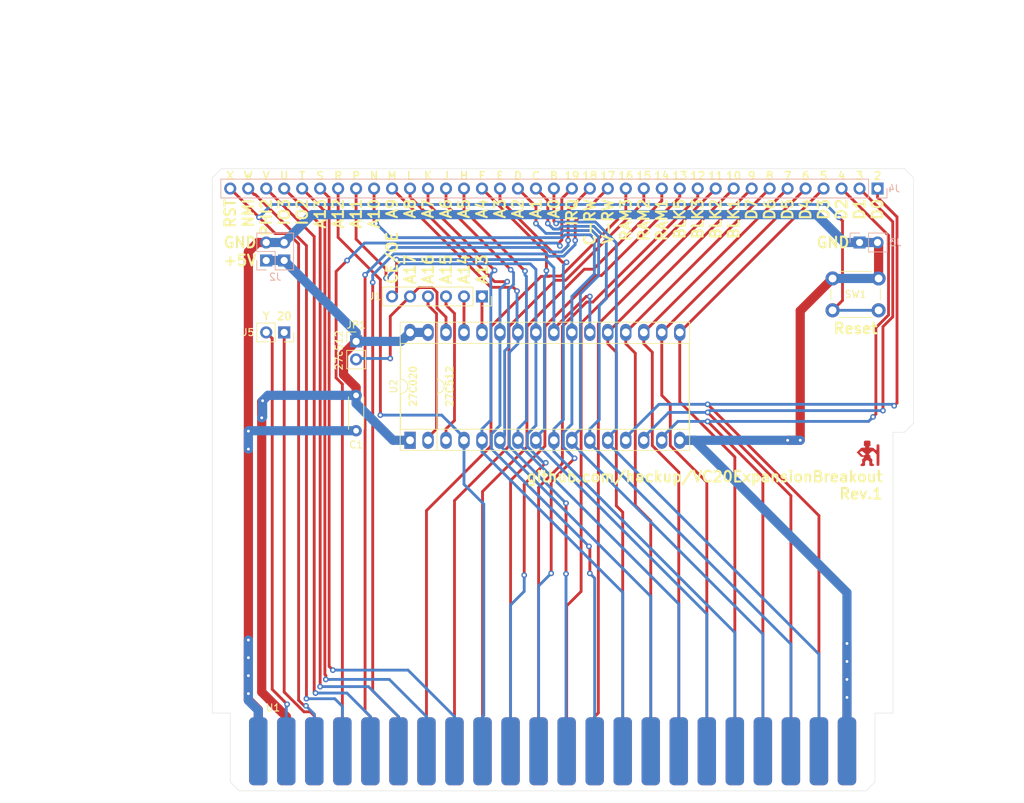
<source format=kicad_pcb>
(kicad_pcb (version 20171130) (host pcbnew "(5.1.4)-1")

  (general
    (thickness 1.6)
    (drawings 107)
    (tracks 565)
    (zones 0)
    (modules 11)
    (nets 48)
  )

  (page A4)
  (title_block
    (title "VC20 Expansion Breakout")
    (date 2020-01-22)
    (rev 1)
    (company hackup.net)
  )

  (layers
    (0 F.Cu signal)
    (31 B.Cu signal)
    (32 B.Adhes user)
    (33 F.Adhes user)
    (34 B.Paste user)
    (35 F.Paste user)
    (36 B.SilkS user)
    (37 F.SilkS user)
    (38 B.Mask user)
    (39 F.Mask user)
    (40 Dwgs.User user)
    (41 Cmts.User user)
    (42 Eco1.User user)
    (43 Eco2.User user)
    (44 Edge.Cuts user)
    (45 Margin user)
    (46 B.CrtYd user)
    (47 F.CrtYd user)
    (48 B.Fab user)
    (49 F.Fab user)
  )

  (setup
    (last_trace_width 0.4)
    (trace_clearance 0.2)
    (zone_clearance 0.508)
    (zone_45_only no)
    (trace_min 0.2)
    (via_size 0.8)
    (via_drill 0.4)
    (via_min_size 0.4)
    (via_min_drill 0.3)
    (uvia_size 0.3)
    (uvia_drill 0.1)
    (uvias_allowed no)
    (uvia_min_size 0.2)
    (uvia_min_drill 0.1)
    (edge_width 0.05)
    (segment_width 0.2)
    (pcb_text_width 0.3)
    (pcb_text_size 1.5 1.5)
    (mod_edge_width 0.12)
    (mod_text_size 1 1)
    (mod_text_width 0.15)
    (pad_size 2.4 1.6)
    (pad_drill 1.1)
    (pad_to_mask_clearance 0.051)
    (solder_mask_min_width 0.25)
    (aux_axis_origin 0 0)
    (grid_origin 88.9 152.4)
    (visible_elements 7FFFFFFF)
    (pcbplotparams
      (layerselection 0x010f0_ffffffff)
      (usegerberextensions true)
      (usegerberattributes false)
      (usegerberadvancedattributes false)
      (creategerberjobfile false)
      (excludeedgelayer true)
      (linewidth 0.100000)
      (plotframeref false)
      (viasonmask false)
      (mode 1)
      (useauxorigin false)
      (hpglpennumber 1)
      (hpglpenspeed 20)
      (hpglpendiameter 15.000000)
      (psnegative false)
      (psa4output false)
      (plotreference true)
      (plotvalue true)
      (plotinvisibletext false)
      (padsonsilk false)
      (subtractmaskfromsilk false)
      (outputformat 1)
      (mirror false)
      (drillshape 0)
      (scaleselection 1)
      (outputdirectory "gerber"))
  )

  (net 0 "")
  (net 1 +5V)
  (net 2 GND)
  (net 3 /OA13)
  (net 4 /OA14)
  (net 5 /OA15)
  (net 6 /OA16)
  (net 7 /OA17)
  (net 8 /CE)
  (net 9 /D0)
  (net 10 /D1)
  (net 11 /D2)
  (net 12 /D3)
  (net 13 /D4)
  (net 14 /D5)
  (net 15 /D6)
  (net 16 /D7)
  (net 17 /BLK1)
  (net 18 /BLK2)
  (net 19 /BLK3)
  (net 20 /BLK5)
  (net 21 /RAM1)
  (net 22 /RAM2)
  (net 23 /RAM3)
  (net 24 /V-RW)
  (net 25 /C-RW)
  (net 26 /IRQ)
  (net 27 /A0)
  (net 28 /A1)
  (net 29 /A2)
  (net 30 /A3)
  (net 31 /A4)
  (net 32 /A5)
  (net 33 /A6)
  (net 34 /A7)
  (net 35 /A8)
  (net 36 /A9)
  (net 37 /A10)
  (net 38 /A11)
  (net 39 /A12)
  (net 40 /A13)
  (net 41 /IO2)
  (net 42 /IO3)
  (net 43 /S-PHI2)
  (net 44 /NMI)
  (net 45 /NC1)
  (net 46 /NC2)
  (net 47 /RST)

  (net_class Default "This is the default net class."
    (clearance 0.2)
    (trace_width 0.4)
    (via_dia 0.8)
    (via_drill 0.4)
    (uvia_dia 0.3)
    (uvia_drill 0.1)
    (add_net /A0)
    (add_net /A1)
    (add_net /A10)
    (add_net /A11)
    (add_net /A12)
    (add_net /A13)
    (add_net /A2)
    (add_net /A3)
    (add_net /A4)
    (add_net /A5)
    (add_net /A6)
    (add_net /A7)
    (add_net /A8)
    (add_net /A9)
    (add_net /BLK1)
    (add_net /BLK2)
    (add_net /BLK3)
    (add_net /BLK5)
    (add_net /C-RW)
    (add_net /CE)
    (add_net /D0)
    (add_net /D1)
    (add_net /D2)
    (add_net /D3)
    (add_net /D4)
    (add_net /D5)
    (add_net /D6)
    (add_net /D7)
    (add_net /IO2)
    (add_net /IO3)
    (add_net /IRQ)
    (add_net /NC1)
    (add_net /NC2)
    (add_net /NMI)
    (add_net /OA13)
    (add_net /OA14)
    (add_net /OA15)
    (add_net /OA16)
    (add_net /OA17)
    (add_net /RAM1)
    (add_net /RAM2)
    (add_net /RAM3)
    (add_net /RST)
    (add_net /S-PHI2)
    (add_net /V-RW)
  )

  (net_class Power ""
    (clearance 0.2)
    (trace_width 1.3)
    (via_dia 0.8)
    (via_drill 0.4)
    (uvia_dia 0.3)
    (uvia_drill 0.1)
    (add_net +5V)
    (add_net GND)
  )

  (module Logo:bigby2 (layer F.Cu) (tedit 5E283F33) (tstamp 5E289AAF)
    (at 179.07 104.648)
    (fp_text reference G*** (at 0 0) (layer F.SilkS) hide
      (effects (font (size 1.524 1.524) (thickness 0.3)))
    )
    (fp_text value LOGO (at 0.75 0) (layer F.SilkS) hide
      (effects (font (size 1.524 1.524) (thickness 0.3)))
    )
    (fp_poly (pts (xy -0.011485 -1.728467) (xy 0.113732 -1.717124) (xy 0.194843 -1.687923) (xy 0.241542 -1.632439)
      (xy 0.263521 -1.542246) (xy 0.270474 -1.408921) (xy 0.271308 -1.328994) (xy 0.273257 -1.04049)
      (xy 0.168379 -0.956808) (xy 0.105032 -0.892095) (xy 0.067481 -0.826879) (xy 0.062385 -0.77734)
      (xy 0.087312 -0.759744) (xy 0.127711 -0.756134) (xy 0.215607 -0.74839) (xy 0.335236 -0.737898)
      (xy 0.394892 -0.732679) (xy 0.531508 -0.719487) (xy 0.621502 -0.704831) (xy 0.681588 -0.682684)
      (xy 0.728481 -0.647018) (xy 0.775892 -0.595287) (xy 0.854874 -0.518356) (xy 0.944952 -0.451548)
      (xy 1.029404 -0.405121) (xy 1.09151 -0.389332) (xy 1.105316 -0.393209) (xy 1.115338 -0.429014)
      (xy 1.124376 -0.514977) (xy 1.131371 -0.637757) (xy 1.13502 -0.76718) (xy 1.139106 -0.928835)
      (xy 1.146403 -1.038611) (xy 1.158673 -1.108111) (xy 1.177674 -1.14894) (xy 1.195579 -1.166425)
      (xy 1.29101 -1.202114) (xy 1.400648 -1.196807) (xy 1.475118 -1.16372) (xy 1.488952 -1.150785)
      (xy 1.500416 -1.130319) (xy 1.509731 -1.096728) (xy 1.517116 -1.04442) (xy 1.522788 -0.9678)
      (xy 1.526969 -0.861275) (xy 1.529876 -0.71925) (xy 1.531729 -0.536133) (xy 1.532746 -0.306329)
      (xy 1.533148 -0.024245) (xy 1.533153 0.315712) (xy 1.533153 0.317844) (xy 1.532922 0.658253)
      (xy 1.532326 0.940751) (xy 1.531144 1.170927) (xy 1.529156 1.354371) (xy 1.52614 1.496672)
      (xy 1.521875 1.603419) (xy 1.516141 1.680201) (xy 1.508718 1.732606) (xy 1.499384 1.766226)
      (xy 1.487919 1.786647) (xy 1.474647 1.799064) (xy 1.376472 1.836684) (xy 1.265456 1.831892)
      (xy 1.193094 1.799607) (xy 1.175112 1.781995) (xy 1.1613 1.753588) (xy 1.151101 1.706603)
      (xy 1.14396 1.633257) (xy 1.139323 1.525767) (xy 1.136633 1.37635) (xy 1.135335 1.177223)
      (xy 1.134934 0.984675) (xy 1.134065 0.211637) (xy 0.979782 0.062148) (xy 0.901816 -0.017658)
      (xy 0.846345 -0.082572) (xy 0.825499 -0.118224) (xy 0.799146 -0.148761) (xy 0.732681 -0.189721)
      (xy 0.696557 -0.207251) (xy 0.613805 -0.241662) (xy 0.55975 -0.248672) (xy 0.505771 -0.22821)
      (xy 0.468235 -0.206692) (xy 0.396192 -0.15478) (xy 0.300546 -0.073678) (xy 0.201272 0.019618)
      (xy 0.19561 0.025259) (xy 0.022365 0.198504) (xy 0.14612 0.3024) (xy 0.221538 0.372494)
      (xy 0.258266 0.434497) (xy 0.270015 0.516179) (xy 0.270766 0.55481) (xy 0.276486 0.647599)
      (xy 0.301118 0.711947) (xy 0.35795 0.773886) (xy 0.401734 0.811372) (xy 0.531811 0.919421)
      (xy 0.518782 1.176497) (xy 0.505754 1.433573) (xy 0.798146 1.702035) (xy 0.735253 1.779705)
      (xy 0.694397 1.821324) (xy 0.644378 1.844797) (xy 0.566817 1.855141) (xy 0.450638 1.857375)
      (xy 0.297496 1.851301) (xy 0.197085 1.826154) (xy 0.139611 1.771549) (xy 0.11528 1.6771)
      (xy 0.114298 1.532418) (xy 0.115741 1.502222) (xy 0.117859 1.346848) (xy 0.100457 1.238092)
      (xy 0.056678 1.160347) (xy -0.020335 1.098007) (xy -0.075669 1.066562) (xy -0.152049 1.029637)
      (xy -0.205195 1.023113) (xy -0.267621 1.046992) (xy -0.305332 1.066562) (xy -0.402294 1.127059)
      (xy -0.462465 1.194861) (xy -0.492699 1.285576) (xy -0.499855 1.414809) (xy -0.496742 1.502222)
      (xy -0.492373 1.63025) (xy -0.497412 1.711576) (xy -0.514532 1.762642) (xy -0.544891 1.798527)
      (xy -0.615745 1.832954) (xy -0.725524 1.856221) (xy -0.850294 1.866168) (xy -0.966123 1.860635)
      (xy -1.037737 1.842993) (xy -1.107556 1.793603) (xy -1.139614 1.752578) (xy -1.150671 1.711431)
      (xy -1.131349 1.666613) (xy -1.0735 1.604152) (xy -1.029397 1.563569) (xy -0.886666 1.435314)
      (xy -0.899789 1.176378) (xy -0.912912 0.917443) (xy -0.793004 0.821082) (xy -0.704937 0.7312)
      (xy -0.659639 0.643046) (xy -0.661706 0.568683) (xy -0.685037 0.537748) (xy -0.742867 0.520353)
      (xy -0.789634 0.537546) (xy -0.90009 0.569107) (xy -1.015232 0.559689) (xy -1.107263 0.511844)
      (xy -1.11125 0.508) (xy -1.157841 0.451438) (xy -1.17475 0.413565) (xy -1.200203 0.379535)
      (xy -1.262383 0.337448) (xy -1.271377 0.332663) (xy -1.350006 0.274409) (xy -1.403716 0.204314)
      (xy -1.403829 0.204068) (xy -1.454851 0.13485) (xy -1.533039 0.068093) (xy -1.545327 0.06013)
      (xy -1.613576 0.004066) (xy -1.649417 -0.052464) (xy -1.651 -0.0635) (xy -1.649159 -0.067395)
      (xy -1.237666 -0.067395) (xy -1.21517 -0.004673) (xy -1.141624 0.048336) (xy -1.062668 0.107176)
      (xy -1.008449 0.17852) (xy -1.008424 0.178574) (xy -0.954971 0.24511) (xy -0.867178 0.312438)
      (xy -0.771491 0.362989) (xy -0.705807 0.379596) (xy -0.656443 0.364494) (xy -0.578184 0.324688)
      (xy -0.53912 0.301226) (xy -0.464733 0.251149) (xy -0.419317 0.214564) (xy -0.41275 0.205286)
      (xy -0.43488 0.171195) (xy -0.492715 0.108258) (xy -0.57342 0.028572) (xy -0.664165 -0.055766)
      (xy -0.752115 -0.132658) (xy -0.824438 -0.190008) (xy -0.850696 -0.207554) (xy -0.913247 -0.241447)
      (xy -0.961408 -0.250082) (xy -1.020442 -0.232418) (xy -1.094894 -0.197474) (xy -1.197469 -0.132211)
      (xy -1.237666 -0.067395) (xy -1.649159 -0.067395) (xy -1.625844 -0.116715) (xy -1.563551 -0.174994)
      (xy -1.545327 -0.187131) (xy -1.465273 -0.251521) (xy -1.407673 -0.323668) (xy -1.40292 -0.333063)
      (xy -1.349062 -0.406423) (xy -1.293916 -0.446614) (xy -1.227193 -0.497303) (xy -1.167951 -0.573103)
      (xy -1.167761 -0.573433) (xy -1.09407 -0.659684) (xy -0.986869 -0.710192) (xy -0.834991 -0.729664)
      (xy -0.795652 -0.730251) (xy -0.620132 -0.738307) (xy -0.505713 -0.762691) (xy -0.452045 -0.803723)
      (xy -0.458779 -0.861724) (xy -0.525567 -0.937016) (xy -0.54938 -0.956808) (xy -0.654258 -1.04049)
      (xy -0.652309 -1.328994) (xy -0.649069 -1.485493) (xy -0.635357 -1.594901) (xy -0.601479 -1.665643)
      (xy -0.537743 -1.706143) (xy -0.434455 -1.724827) (xy -0.281922 -1.730119) (xy -0.1905 -1.730375)
      (xy -0.011485 -1.728467)) (layer F.Cu) (width 0.01))
  )

  (module Connector_PinHeader_2.54mm:PinHeader_2x02_P2.54mm_Vertical (layer B.Cu) (tedit 5E283AA3) (tstamp 5E267E73)
    (at 93.98 77.47)
    (descr "Through hole straight pin header, 2x02, 2.54mm pitch, double rows")
    (tags "Through hole pin header THT 2x02 2.54mm double row")
    (path /5ACD4D51)
    (fp_text reference J2 (at 1.27 2.33) (layer B.SilkS)
      (effects (font (size 1 1) (thickness 0.15)) (justify mirror))
    )
    (fp_text value Power (at 1.27 -4.87) (layer B.Fab)
      (effects (font (size 1 1) (thickness 0.15)) (justify mirror))
    )
    (fp_text user %R (at 1.27 -1.27 -90) (layer B.Fab)
      (effects (font (size 1 1) (thickness 0.15)) (justify mirror))
    )
    (fp_line (start 4.35 1.8) (end -1.8 1.8) (layer B.CrtYd) (width 0.05))
    (fp_line (start 4.35 -4.35) (end 4.35 1.8) (layer B.CrtYd) (width 0.05))
    (fp_line (start -1.8 -4.35) (end 4.35 -4.35) (layer B.CrtYd) (width 0.05))
    (fp_line (start -1.8 1.8) (end -1.8 -4.35) (layer B.CrtYd) (width 0.05))
    (fp_line (start -1.33 1.33) (end 0 1.33) (layer B.SilkS) (width 0.12))
    (fp_line (start -1.33 0) (end -1.33 1.33) (layer B.SilkS) (width 0.12))
    (fp_line (start 1.27 1.33) (end 3.87 1.33) (layer B.SilkS) (width 0.12))
    (fp_line (start 1.27 -1.27) (end 1.27 1.33) (layer B.SilkS) (width 0.12))
    (fp_line (start -1.33 -1.27) (end 1.27 -1.27) (layer B.SilkS) (width 0.12))
    (fp_line (start 3.87 1.33) (end 3.87 -3.87) (layer B.SilkS) (width 0.12))
    (fp_line (start -1.33 -1.27) (end -1.33 -3.87) (layer B.SilkS) (width 0.12))
    (fp_line (start -1.33 -3.87) (end 3.87 -3.87) (layer B.SilkS) (width 0.12))
    (fp_line (start -1.27 0) (end 0 1.27) (layer B.Fab) (width 0.1))
    (fp_line (start -1.27 -3.81) (end -1.27 0) (layer B.Fab) (width 0.1))
    (fp_line (start 3.81 -3.81) (end -1.27 -3.81) (layer B.Fab) (width 0.1))
    (fp_line (start 3.81 1.27) (end 3.81 -3.81) (layer B.Fab) (width 0.1))
    (fp_line (start 0 1.27) (end 3.81 1.27) (layer B.Fab) (width 0.1))
    (pad 4 thru_hole oval (at 2.54 -2.54) (size 1.7 1.7) (drill 1) (layers *.Cu *.Mask)
      (net 2 GND))
    (pad 3 thru_hole oval (at 0 -2.54) (size 1.7 1.7) (drill 1) (layers *.Cu *.Mask)
      (net 2 GND))
    (pad 2 thru_hole rect (at 2.54 0) (size 1.7 1.7) (drill 1) (layers *.Cu *.Mask)
      (net 1 +5V))
    (pad 1 thru_hole rect (at 0 0) (size 1.7 1.7) (drill 1) (layers *.Cu *.Mask)
      (net 1 +5V))
    (model ${KISYS3DMOD}/Connector_PinHeader_2.54mm.3dshapes/PinHeader_2x02_P2.54mm_Vertical.wrl
      (at (xyz 0 0 0))
      (scale (xyz 1 1 1))
      (rotate (xyz 0 0 0))
    )
  )

  (module Hackup_Commodore:VC20-Cart (layer F.Cu) (tedit 5E25A2FA) (tstamp 5E260F58)
    (at 88.9 152.4)
    (path /5E25D2AE)
    (fp_text reference U1 (at 6.04 -11.75) (layer F.SilkS)
      (effects (font (size 1 1) (thickness 0.15)))
    )
    (fp_text value VC20-Exp-Port (at 45.65 0.88) (layer F.Fab)
      (effects (font (size 1 1) (thickness 0.15)))
    )
    (fp_line (start 0 -1.27) (end 1.27 0) (layer Dwgs.User) (width 0.12))
    (fp_line (start 0 -1.27) (end 0 -11) (layer Dwgs.User) (width 0.12))
    (fp_line (start 91.08 -11) (end 91.08 -1.27) (layer Dwgs.User) (width 0.12))
    (fp_line (start 91.08 -1.27) (end 89.81 0) (layer Dwgs.User) (width 0.12))
    (fp_line (start 89.81 0) (end 1.27 0) (layer Dwgs.User) (width 0.12))
    (fp_line (start 91.08 -11) (end 112.08 -11) (layer Dwgs.User) (width 0.12))
    (fp_line (start 0 -11) (end -21 -11) (layer Dwgs.User) (width 0.12))
    (fp_line (start 112.08 -11) (end 112.08 -21) (layer Dwgs.User) (width 0.12))
    (fp_line (start -21 -11) (end -21 -21) (layer Dwgs.User) (width 0.12))
    (fp_poly (pts (xy 0 -10.3) (xy 91.1 -10.3) (xy 91.1 0) (xy 0 0)) (layer F.Mask) (width 0.1))
    (fp_poly (pts (xy 0 -10.3) (xy 91.1 -10.3) (xy 91.1 0) (xy 0 0)) (layer B.Mask) (width 0.1))
    (pad 1 connect roundrect (at 87.12 -5.6) (size 2.6 9.6) (layers F.Cu F.Mask) (roundrect_rratio 0.25)
      (net 2 GND))
    (pad 2 connect roundrect (at 83.16 -5.6) (size 2.6 9.6) (layers F.Cu F.Mask) (roundrect_rratio 0.25)
      (net 9 /D0))
    (pad 3 connect roundrect (at 79.2 -5.6) (size 2.6 9.6) (layers F.Cu F.Mask) (roundrect_rratio 0.25)
      (net 10 /D1))
    (pad 4 connect roundrect (at 75.24 -5.6) (size 2.6 9.6) (layers F.Cu F.Mask) (roundrect_rratio 0.25)
      (net 11 /D2))
    (pad 5 connect roundrect (at 71.28 -5.6) (size 2.6 9.6) (layers F.Cu F.Mask) (roundrect_rratio 0.25)
      (net 12 /D3))
    (pad 6 connect roundrect (at 67.32 -5.6) (size 2.6 9.6) (layers F.Cu F.Mask) (roundrect_rratio 0.25)
      (net 13 /D4))
    (pad 7 connect roundrect (at 63.36 -5.6) (size 2.6 9.6) (layers F.Cu F.Mask) (roundrect_rratio 0.25)
      (net 14 /D5))
    (pad 8 connect roundrect (at 59.4 -5.6) (size 2.6 9.6) (layers F.Cu F.Mask) (roundrect_rratio 0.25)
      (net 15 /D6))
    (pad 9 connect roundrect (at 55.44 -5.6) (size 2.6 9.6) (layers F.Cu F.Mask) (roundrect_rratio 0.25)
      (net 16 /D7))
    (pad 10 connect roundrect (at 51.48 -5.6) (size 2.6 9.6) (layers F.Cu F.Mask) (roundrect_rratio 0.25)
      (net 17 /BLK1))
    (pad 11 connect roundrect (at 47.52 -5.6) (size 2.6 9.6) (layers F.Cu F.Mask) (roundrect_rratio 0.25)
      (net 18 /BLK2))
    (pad 12 connect roundrect (at 43.56 -5.6) (size 2.6 9.6) (layers F.Cu F.Mask) (roundrect_rratio 0.25)
      (net 19 /BLK3))
    (pad 13 connect roundrect (at 39.6 -5.6) (size 2.6 9.6) (layers F.Cu F.Mask) (roundrect_rratio 0.25)
      (net 20 /BLK5))
    (pad 14 connect roundrect (at 35.64 -5.6) (size 2.6 9.6) (layers F.Cu F.Mask) (roundrect_rratio 0.25)
      (net 21 /RAM1))
    (pad 15 connect roundrect (at 31.68 -5.6) (size 2.6 9.6) (layers F.Cu F.Mask) (roundrect_rratio 0.25)
      (net 22 /RAM2))
    (pad 16 connect roundrect (at 27.72 -5.6) (size 2.6 9.6) (layers F.Cu F.Mask) (roundrect_rratio 0.25)
      (net 23 /RAM3))
    (pad 17 connect roundrect (at 23.76 -5.6) (size 2.6 9.6) (layers F.Cu F.Mask) (roundrect_rratio 0.25)
      (net 24 /V-RW))
    (pad 18 connect roundrect (at 19.8 -5.6) (size 2.6 9.6) (layers F.Cu F.Mask) (roundrect_rratio 0.25)
      (net 25 /C-RW))
    (pad 19 connect roundrect (at 15.84 -5.6) (size 2.6 9.6) (layers F.Cu F.Mask) (roundrect_rratio 0.25)
      (net 26 /IRQ))
    (pad 20 connect roundrect (at 11.88 -5.6) (size 2.6 9.6) (layers F.Cu F.Mask) (roundrect_rratio 0.25)
      (net 45 /NC1))
    (pad 21 connect roundrect (at 7.92 -5.6) (size 2.6 9.6) (layers F.Cu F.Mask) (roundrect_rratio 0.25)
      (net 1 +5V))
    (pad 22 connect roundrect (at 3.96 -5.6) (size 2.6 9.6) (layers F.Cu F.Mask) (roundrect_rratio 0.25)
      (net 2 GND))
    (pad A connect roundrect (at 87.12 -5.6) (size 2.6 9.6) (layers B.Cu B.Mask) (roundrect_rratio 0.25)
      (net 2 GND))
    (pad B connect roundrect (at 83.16 -5.6) (size 2.6 9.6) (layers B.Cu B.Mask) (roundrect_rratio 0.25)
      (net 27 /A0))
    (pad C connect roundrect (at 79.2 -5.6) (size 2.6 9.6) (layers B.Cu B.Mask) (roundrect_rratio 0.25)
      (net 28 /A1))
    (pad D connect roundrect (at 75.24 -5.6) (size 2.6 9.6) (layers B.Cu B.Mask) (roundrect_rratio 0.25)
      (net 29 /A2))
    (pad E connect roundrect (at 71.28 -5.6) (size 2.6 9.6) (layers B.Cu B.Mask) (roundrect_rratio 0.25)
      (net 30 /A3))
    (pad F connect roundrect (at 67.32 -5.6) (size 2.6 9.6) (layers B.Cu B.Mask) (roundrect_rratio 0.25)
      (net 31 /A4))
    (pad H connect roundrect (at 63.36 -5.6) (size 2.6 9.6) (layers B.Cu B.Mask) (roundrect_rratio 0.25)
      (net 32 /A5))
    (pad J connect roundrect (at 59.4 -5.6) (size 2.6 9.6) (layers B.Cu B.Mask) (roundrect_rratio 0.25)
      (net 33 /A6))
    (pad K connect roundrect (at 55.44 -5.6) (size 2.6 9.6) (layers B.Cu B.Mask) (roundrect_rratio 0.25)
      (net 34 /A7))
    (pad L connect roundrect (at 51.48 -5.6) (size 2.6 9.6) (layers B.Cu B.Mask) (roundrect_rratio 0.25)
      (net 35 /A8))
    (pad M connect roundrect (at 47.52 -5.6) (size 2.6 9.6) (layers B.Cu B.Mask) (roundrect_rratio 0.25)
      (net 36 /A9))
    (pad N connect roundrect (at 43.56 -5.6) (size 2.6 9.6) (layers B.Cu B.Mask) (roundrect_rratio 0.25)
      (net 37 /A10))
    (pad P connect roundrect (at 39.6 -5.6) (size 2.6 9.6) (layers B.Cu B.Mask) (roundrect_rratio 0.25)
      (net 38 /A11))
    (pad R connect roundrect (at 35.64 -5.6) (size 2.6 9.6) (layers B.Cu B.Mask) (roundrect_rratio 0.25)
      (net 39 /A12))
    (pad S connect roundrect (at 31.68 -5.6) (size 2.6 9.6) (layers B.Cu B.Mask) (roundrect_rratio 0.25)
      (net 40 /A13))
    (pad T connect roundrect (at 27.72 -5.6) (size 2.6 9.6) (layers B.Cu B.Mask) (roundrect_rratio 0.25)
      (net 41 /IO2))
    (pad U connect roundrect (at 23.76 -5.6) (size 2.6 9.6) (layers B.Cu B.Mask) (roundrect_rratio 0.25)
      (net 42 /IO3))
    (pad V connect roundrect (at 19.8 -5.6) (size 2.6 9.6) (layers B.Cu B.Mask) (roundrect_rratio 0.25)
      (net 43 /S-PHI2))
    (pad W connect roundrect (at 15.84 -5.6) (size 2.6 9.6) (layers B.Cu B.Mask) (roundrect_rratio 0.25)
      (net 44 /NMI))
    (pad X connect roundrect (at 11.88 -5.6) (size 2.6 9.6) (layers B.Cu B.Mask) (roundrect_rratio 0.25)
      (net 47 /RST))
    (pad Y connect roundrect (at 7.92 -5.6) (size 2.6 9.6) (layers B.Cu B.Mask) (roundrect_rratio 0.25)
      (net 46 /NC2))
    (pad Z connect roundrect (at 3.96 -5.6) (size 2.6 9.6) (layers B.Cu B.Mask) (roundrect_rratio 0.25)
      (net 2 GND))
  )

  (module Capacitor_THT:C_Disc_D4.3mm_W1.9mm_P5.00mm (layer F.Cu) (tedit 5AE50EF0) (tstamp 5E282261)
    (at 106.68 96.52 270)
    (descr "C, Disc series, Radial, pin pitch=5.00mm, , diameter*width=4.3*1.9mm^2, Capacitor, http://www.vishay.com/docs/45233/krseries.pdf")
    (tags "C Disc series Radial pin pitch 5.00mm  diameter 4.3mm width 1.9mm Capacitor")
    (path /5B921DF0)
    (fp_text reference C1 (at 6.985 0 180) (layer F.SilkS)
      (effects (font (size 1 1) (thickness 0.15)))
    )
    (fp_text value 100n (at 2.5 2.2 90) (layer F.Fab)
      (effects (font (size 1 1) (thickness 0.15)))
    )
    (fp_line (start 0.35 -0.95) (end 0.35 0.95) (layer F.Fab) (width 0.1))
    (fp_line (start 0.35 0.95) (end 4.65 0.95) (layer F.Fab) (width 0.1))
    (fp_line (start 4.65 0.95) (end 4.65 -0.95) (layer F.Fab) (width 0.1))
    (fp_line (start 4.65 -0.95) (end 0.35 -0.95) (layer F.Fab) (width 0.1))
    (fp_line (start 0.23 -1.07) (end 4.77 -1.07) (layer F.SilkS) (width 0.12))
    (fp_line (start 0.23 1.07) (end 4.77 1.07) (layer F.SilkS) (width 0.12))
    (fp_line (start 0.23 -1.07) (end 0.23 -1.055) (layer F.SilkS) (width 0.12))
    (fp_line (start 0.23 1.055) (end 0.23 1.07) (layer F.SilkS) (width 0.12))
    (fp_line (start 4.77 -1.07) (end 4.77 -1.055) (layer F.SilkS) (width 0.12))
    (fp_line (start 4.77 1.055) (end 4.77 1.07) (layer F.SilkS) (width 0.12))
    (fp_line (start -1.05 -1.2) (end -1.05 1.2) (layer F.CrtYd) (width 0.05))
    (fp_line (start -1.05 1.2) (end 6.05 1.2) (layer F.CrtYd) (width 0.05))
    (fp_line (start 6.05 1.2) (end 6.05 -1.2) (layer F.CrtYd) (width 0.05))
    (fp_line (start 6.05 -1.2) (end -1.05 -1.2) (layer F.CrtYd) (width 0.05))
    (fp_text user %R (at 2.5 0 90) (layer F.Fab)
      (effects (font (size 0.86 0.86) (thickness 0.129)))
    )
    (pad 1 thru_hole circle (at 0 0 270) (size 1.6 1.6) (drill 0.8) (layers *.Cu *.Mask)
      (net 1 +5V))
    (pad 2 thru_hole circle (at 5 0 270) (size 1.6 1.6) (drill 0.8) (layers *.Cu *.Mask)
      (net 2 GND))
    (model ${KISYS3DMOD}/Capacitor_THT.3dshapes/C_Disc_D4.3mm_W1.9mm_P5.00mm.wrl
      (at (xyz 0 0 0))
      (scale (xyz 1 1 1))
      (rotate (xyz 0 0 0))
    )
  )

  (module Connector_PinSocket_2.54mm:PinSocket_1x06_P2.54mm_Vertical (layer F.Cu) (tedit 5A19A430) (tstamp 5E262A35)
    (at 124.46 82.55 270)
    (descr "Through hole straight socket strip, 1x06, 2.54mm pitch, single row (from Kicad 4.0.7), script generated")
    (tags "Through hole socket strip THT 1x06 2.54mm single row")
    (path /5B8D6937)
    (fp_text reference J1 (at 0 15.113 180) (layer F.SilkS)
      (effects (font (size 1 1) (thickness 0.15)))
    )
    (fp_text value Other (at 0 15.47 90) (layer F.Fab)
      (effects (font (size 1 1) (thickness 0.15)))
    )
    (fp_line (start -1.27 -1.27) (end 0.635 -1.27) (layer F.Fab) (width 0.1))
    (fp_line (start 0.635 -1.27) (end 1.27 -0.635) (layer F.Fab) (width 0.1))
    (fp_line (start 1.27 -0.635) (end 1.27 13.97) (layer F.Fab) (width 0.1))
    (fp_line (start 1.27 13.97) (end -1.27 13.97) (layer F.Fab) (width 0.1))
    (fp_line (start -1.27 13.97) (end -1.27 -1.27) (layer F.Fab) (width 0.1))
    (fp_line (start -1.33 1.27) (end 1.33 1.27) (layer F.SilkS) (width 0.12))
    (fp_line (start -1.33 1.27) (end -1.33 14.03) (layer F.SilkS) (width 0.12))
    (fp_line (start -1.33 14.03) (end 1.33 14.03) (layer F.SilkS) (width 0.12))
    (fp_line (start 1.33 1.27) (end 1.33 14.03) (layer F.SilkS) (width 0.12))
    (fp_line (start 1.33 -1.33) (end 1.33 0) (layer F.SilkS) (width 0.12))
    (fp_line (start 0 -1.33) (end 1.33 -1.33) (layer F.SilkS) (width 0.12))
    (fp_line (start -1.8 -1.8) (end 1.75 -1.8) (layer F.CrtYd) (width 0.05))
    (fp_line (start 1.75 -1.8) (end 1.75 14.45) (layer F.CrtYd) (width 0.05))
    (fp_line (start 1.75 14.45) (end -1.8 14.45) (layer F.CrtYd) (width 0.05))
    (fp_line (start -1.8 14.45) (end -1.8 -1.8) (layer F.CrtYd) (width 0.05))
    (fp_text user %R (at 0 6.35) (layer F.Fab)
      (effects (font (size 1 1) (thickness 0.15)))
    )
    (pad 1 thru_hole rect (at 0 0 270) (size 1.7 1.7) (drill 1) (layers *.Cu *.Mask)
      (net 3 /OA13))
    (pad 2 thru_hole oval (at 0 2.54 270) (size 1.7 1.7) (drill 1) (layers *.Cu *.Mask)
      (net 4 /OA14))
    (pad 3 thru_hole oval (at 0 5.08 270) (size 1.7 1.7) (drill 1) (layers *.Cu *.Mask)
      (net 5 /OA15))
    (pad 4 thru_hole oval (at 0 7.62 270) (size 1.7 1.7) (drill 1) (layers *.Cu *.Mask)
      (net 6 /OA16))
    (pad 5 thru_hole oval (at 0 10.16 270) (size 1.7 1.7) (drill 1) (layers *.Cu *.Mask)
      (net 7 /OA17))
    (pad 6 thru_hole oval (at 0 12.7 270) (size 1.7 1.7) (drill 1) (layers *.Cu *.Mask)
      (net 8 /CE))
    (model ${KISYS3DMOD}/Connector_PinSocket_2.54mm.3dshapes/PinSocket_1x06_P2.54mm_Vertical.wrl
      (at (xyz 0 0 0))
      (scale (xyz 1 1 1))
      (rotate (xyz 0 0 0))
    )
  )

  (module Connector_PinHeader_2.54mm:PinHeader_1x02_P2.54mm_Vertical (layer B.Cu) (tedit 59FED5CC) (tstamp 5E262A63)
    (at 177.8 74.93 270)
    (descr "Through hole straight pin header, 1x02, 2.54mm pitch, single row")
    (tags "Through hole pin header THT 1x02 2.54mm single row")
    (path /5ACD5626)
    (fp_text reference J3 (at 0 -5.08) (layer B.SilkS)
      (effects (font (size 1 1) (thickness 0.15)) (justify mirror))
    )
    (fp_text value GND (at 0 -4.87 270) (layer B.Fab)
      (effects (font (size 1 1) (thickness 0.15)) (justify mirror))
    )
    (fp_line (start -0.635 1.27) (end 1.27 1.27) (layer B.Fab) (width 0.1))
    (fp_line (start 1.27 1.27) (end 1.27 -3.81) (layer B.Fab) (width 0.1))
    (fp_line (start 1.27 -3.81) (end -1.27 -3.81) (layer B.Fab) (width 0.1))
    (fp_line (start -1.27 -3.81) (end -1.27 0.635) (layer B.Fab) (width 0.1))
    (fp_line (start -1.27 0.635) (end -0.635 1.27) (layer B.Fab) (width 0.1))
    (fp_line (start -1.33 -3.87) (end 1.33 -3.87) (layer B.SilkS) (width 0.12))
    (fp_line (start -1.33 -1.27) (end -1.33 -3.87) (layer B.SilkS) (width 0.12))
    (fp_line (start 1.33 -1.27) (end 1.33 -3.87) (layer B.SilkS) (width 0.12))
    (fp_line (start -1.33 -1.27) (end 1.33 -1.27) (layer B.SilkS) (width 0.12))
    (fp_line (start -1.33 0) (end -1.33 1.33) (layer B.SilkS) (width 0.12))
    (fp_line (start -1.33 1.33) (end 0 1.33) (layer B.SilkS) (width 0.12))
    (fp_line (start -1.8 1.8) (end -1.8 -4.35) (layer B.CrtYd) (width 0.05))
    (fp_line (start -1.8 -4.35) (end 1.8 -4.35) (layer B.CrtYd) (width 0.05))
    (fp_line (start 1.8 -4.35) (end 1.8 1.8) (layer B.CrtYd) (width 0.05))
    (fp_line (start 1.8 1.8) (end -1.8 1.8) (layer B.CrtYd) (width 0.05))
    (fp_text user %R (at 0 -1.27) (layer B.Fab)
      (effects (font (size 1 1) (thickness 0.15)) (justify mirror))
    )
    (pad 1 thru_hole rect (at 0 0 270) (size 1.7 1.7) (drill 1) (layers *.Cu *.Mask)
      (net 2 GND))
    (pad 2 thru_hole oval (at 0 -2.54 270) (size 1.7 1.7) (drill 1) (layers *.Cu *.Mask)
      (net 2 GND))
    (model ${KISYS3DMOD}/Connector_PinHeader_2.54mm.3dshapes/PinHeader_1x02_P2.54mm_Vertical.wrl
      (at (xyz 0 0 0))
      (scale (xyz 1 1 1))
      (rotate (xyz 0 0 0))
    )
  )

  (module Connector_PinHeader_2.54mm:PinHeader_1x37_P2.54mm_Vertical (layer B.Cu) (tedit 59FED5CC) (tstamp 5E262F0F)
    (at 180.34 67.31 90)
    (descr "Through hole straight pin header, 1x37, 2.54mm pitch, single row")
    (tags "Through hole pin header THT 1x37 2.54mm single row")
    (path /5ACD4BBA)
    (fp_text reference J4 (at 0 2.33) (layer B.SilkS)
      (effects (font (size 1 1) (thickness 0.15)) (justify mirror))
    )
    (fp_text value Breakout (at 0 -93.77 270) (layer B.Fab)
      (effects (font (size 1 1) (thickness 0.15)) (justify mirror))
    )
    (fp_line (start -0.635 1.27) (end 1.27 1.27) (layer B.Fab) (width 0.1))
    (fp_line (start 1.27 1.27) (end 1.27 -92.71) (layer B.Fab) (width 0.1))
    (fp_line (start 1.27 -92.71) (end -1.27 -92.71) (layer B.Fab) (width 0.1))
    (fp_line (start -1.27 -92.71) (end -1.27 0.635) (layer B.Fab) (width 0.1))
    (fp_line (start -1.27 0.635) (end -0.635 1.27) (layer B.Fab) (width 0.1))
    (fp_line (start -1.33 -92.77) (end 1.33 -92.77) (layer B.SilkS) (width 0.12))
    (fp_line (start -1.33 -1.27) (end -1.33 -92.77) (layer B.SilkS) (width 0.12))
    (fp_line (start 1.33 -1.27) (end 1.33 -92.77) (layer B.SilkS) (width 0.12))
    (fp_line (start -1.33 -1.27) (end 1.33 -1.27) (layer B.SilkS) (width 0.12))
    (fp_line (start -1.33 0) (end -1.33 1.33) (layer B.SilkS) (width 0.12))
    (fp_line (start -1.33 1.33) (end 0 1.33) (layer B.SilkS) (width 0.12))
    (fp_line (start -1.8 1.8) (end -1.8 -93.25) (layer B.CrtYd) (width 0.05))
    (fp_line (start -1.8 -93.25) (end 1.8 -93.25) (layer B.CrtYd) (width 0.05))
    (fp_line (start 1.8 -93.25) (end 1.8 1.8) (layer B.CrtYd) (width 0.05))
    (fp_line (start 1.8 1.8) (end -1.8 1.8) (layer B.CrtYd) (width 0.05))
    (fp_text user %R (at 0 -45.72) (layer B.Fab)
      (effects (font (size 1 1) (thickness 0.15)) (justify mirror))
    )
    (pad 1 thru_hole rect (at 0 0 90) (size 1.7 1.7) (drill 1) (layers *.Cu *.Mask)
      (net 9 /D0))
    (pad 2 thru_hole oval (at 0 -2.54 90) (size 1.7 1.7) (drill 1) (layers *.Cu *.Mask)
      (net 10 /D1))
    (pad 3 thru_hole oval (at 0 -5.08 90) (size 1.7 1.7) (drill 1) (layers *.Cu *.Mask)
      (net 11 /D2))
    (pad 4 thru_hole oval (at 0 -7.62 90) (size 1.7 1.7) (drill 1) (layers *.Cu *.Mask)
      (net 12 /D3))
    (pad 5 thru_hole oval (at 0 -10.16 90) (size 1.7 1.7) (drill 1) (layers *.Cu *.Mask)
      (net 13 /D4))
    (pad 6 thru_hole oval (at 0 -12.7 90) (size 1.7 1.7) (drill 1) (layers *.Cu *.Mask)
      (net 14 /D5))
    (pad 7 thru_hole oval (at 0 -15.24 90) (size 1.7 1.7) (drill 1) (layers *.Cu *.Mask)
      (net 15 /D6))
    (pad 8 thru_hole oval (at 0 -17.78 90) (size 1.7 1.7) (drill 1) (layers *.Cu *.Mask)
      (net 16 /D7))
    (pad 9 thru_hole oval (at 0 -20.32 90) (size 1.7 1.7) (drill 1) (layers *.Cu *.Mask)
      (net 17 /BLK1))
    (pad 10 thru_hole oval (at 0 -22.86 90) (size 1.7 1.7) (drill 1) (layers *.Cu *.Mask)
      (net 18 /BLK2))
    (pad 11 thru_hole oval (at 0 -25.4 90) (size 1.7 1.7) (drill 1) (layers *.Cu *.Mask)
      (net 19 /BLK3))
    (pad 12 thru_hole oval (at 0 -27.94 90) (size 1.7 1.7) (drill 1) (layers *.Cu *.Mask)
      (net 20 /BLK5))
    (pad 13 thru_hole oval (at 0 -30.48 90) (size 1.7 1.7) (drill 1) (layers *.Cu *.Mask)
      (net 21 /RAM1))
    (pad 14 thru_hole oval (at 0 -33.02 90) (size 1.7 1.7) (drill 1) (layers *.Cu *.Mask)
      (net 22 /RAM2))
    (pad 15 thru_hole oval (at 0 -35.56 90) (size 1.7 1.7) (drill 1) (layers *.Cu *.Mask)
      (net 23 /RAM3))
    (pad 16 thru_hole oval (at 0 -38.1 90) (size 1.7 1.7) (drill 1) (layers *.Cu *.Mask)
      (net 24 /V-RW))
    (pad 17 thru_hole oval (at 0 -40.64 90) (size 1.7 1.7) (drill 1) (layers *.Cu *.Mask)
      (net 25 /C-RW))
    (pad 18 thru_hole oval (at 0 -43.18 90) (size 1.7 1.7) (drill 1) (layers *.Cu *.Mask)
      (net 26 /IRQ))
    (pad 19 thru_hole oval (at 0 -45.72 90) (size 1.7 1.7) (drill 1) (layers *.Cu *.Mask)
      (net 27 /A0))
    (pad 20 thru_hole oval (at 0 -48.26 90) (size 1.7 1.7) (drill 1) (layers *.Cu *.Mask)
      (net 28 /A1))
    (pad 21 thru_hole oval (at 0 -50.8 90) (size 1.7 1.7) (drill 1) (layers *.Cu *.Mask)
      (net 29 /A2))
    (pad 22 thru_hole oval (at 0 -53.34 90) (size 1.7 1.7) (drill 1) (layers *.Cu *.Mask)
      (net 30 /A3))
    (pad 23 thru_hole oval (at 0 -55.88 90) (size 1.7 1.7) (drill 1) (layers *.Cu *.Mask)
      (net 31 /A4))
    (pad 24 thru_hole oval (at 0 -58.42 90) (size 1.7 1.7) (drill 1) (layers *.Cu *.Mask)
      (net 32 /A5))
    (pad 25 thru_hole oval (at 0 -60.96 90) (size 1.7 1.7) (drill 1) (layers *.Cu *.Mask)
      (net 33 /A6))
    (pad 26 thru_hole oval (at 0 -63.5 90) (size 1.7 1.7) (drill 1) (layers *.Cu *.Mask)
      (net 34 /A7))
    (pad 27 thru_hole oval (at 0 -66.04 90) (size 1.7 1.7) (drill 1) (layers *.Cu *.Mask)
      (net 35 /A8))
    (pad 28 thru_hole oval (at 0 -68.58 90) (size 1.7 1.7) (drill 1) (layers *.Cu *.Mask)
      (net 36 /A9))
    (pad 29 thru_hole oval (at 0 -71.12 90) (size 1.7 1.7) (drill 1) (layers *.Cu *.Mask)
      (net 37 /A10))
    (pad 30 thru_hole oval (at 0 -73.66 90) (size 1.7 1.7) (drill 1) (layers *.Cu *.Mask)
      (net 38 /A11))
    (pad 31 thru_hole oval (at 0 -76.2 90) (size 1.7 1.7) (drill 1) (layers *.Cu *.Mask)
      (net 39 /A12))
    (pad 32 thru_hole oval (at 0 -78.74 90) (size 1.7 1.7) (drill 1) (layers *.Cu *.Mask)
      (net 40 /A13))
    (pad 33 thru_hole oval (at 0 -81.28 90) (size 1.7 1.7) (drill 1) (layers *.Cu *.Mask)
      (net 41 /IO2))
    (pad 34 thru_hole oval (at 0 -83.82 90) (size 1.7 1.7) (drill 1) (layers *.Cu *.Mask)
      (net 42 /IO3))
    (pad 35 thru_hole oval (at 0 -86.36 90) (size 1.7 1.7) (drill 1) (layers *.Cu *.Mask)
      (net 43 /S-PHI2))
    (pad 36 thru_hole oval (at 0 -88.9 90) (size 1.7 1.7) (drill 1) (layers *.Cu *.Mask)
      (net 44 /NMI))
    (pad 37 thru_hole oval (at 0 -91.44 90) (size 1.7 1.7) (drill 1) (layers *.Cu *.Mask)
      (net 47 /RST))
    (model ${KISYS3DMOD}/Connector_PinHeader_2.54mm.3dshapes/PinHeader_1x37_P2.54mm_Vertical.wrl
      (at (xyz 0 0 0))
      (scale (xyz 1 1 1))
      (rotate (xyz 0 0 0))
    )
  )

  (module Connector_PinSocket_2.54mm:PinSocket_1x02_P2.54mm_Vertical (layer F.Cu) (tedit 5A19A420) (tstamp 5E262AB2)
    (at 96.52 87.63 270)
    (descr "Through hole straight socket strip, 1x02, 2.54mm pitch, single row (from Kicad 4.0.7), script generated")
    (tags "Through hole socket strip THT 1x02 2.54mm single row")
    (path /5E285996)
    (fp_text reference J5 (at 0 5.08 180) (layer F.SilkS)
      (effects (font (size 1 1) (thickness 0.15)))
    )
    (fp_text value NC (at 0 5.31 90) (layer F.Fab)
      (effects (font (size 1 1) (thickness 0.15)))
    )
    (fp_line (start -1.27 -1.27) (end 0.635 -1.27) (layer F.Fab) (width 0.1))
    (fp_line (start 0.635 -1.27) (end 1.27 -0.635) (layer F.Fab) (width 0.1))
    (fp_line (start 1.27 -0.635) (end 1.27 3.81) (layer F.Fab) (width 0.1))
    (fp_line (start 1.27 3.81) (end -1.27 3.81) (layer F.Fab) (width 0.1))
    (fp_line (start -1.27 3.81) (end -1.27 -1.27) (layer F.Fab) (width 0.1))
    (fp_line (start -1.33 1.27) (end 1.33 1.27) (layer F.SilkS) (width 0.12))
    (fp_line (start -1.33 1.27) (end -1.33 3.87) (layer F.SilkS) (width 0.12))
    (fp_line (start -1.33 3.87) (end 1.33 3.87) (layer F.SilkS) (width 0.12))
    (fp_line (start 1.33 1.27) (end 1.33 3.87) (layer F.SilkS) (width 0.12))
    (fp_line (start 1.33 -1.33) (end 1.33 0) (layer F.SilkS) (width 0.12))
    (fp_line (start 0 -1.33) (end 1.33 -1.33) (layer F.SilkS) (width 0.12))
    (fp_line (start -1.8 -1.8) (end 1.75 -1.8) (layer F.CrtYd) (width 0.05))
    (fp_line (start 1.75 -1.8) (end 1.75 4.3) (layer F.CrtYd) (width 0.05))
    (fp_line (start 1.75 4.3) (end -1.8 4.3) (layer F.CrtYd) (width 0.05))
    (fp_line (start -1.8 4.3) (end -1.8 -1.8) (layer F.CrtYd) (width 0.05))
    (fp_text user %R (at 0 1.27) (layer F.Fab)
      (effects (font (size 1 1) (thickness 0.15)))
    )
    (pad 1 thru_hole rect (at 0 0 270) (size 1.7 1.7) (drill 1) (layers *.Cu *.Mask)
      (net 45 /NC1))
    (pad 2 thru_hole oval (at 0 2.54 270) (size 1.7 1.7) (drill 1) (layers *.Cu *.Mask)
      (net 46 /NC2))
    (model ${KISYS3DMOD}/Connector_PinSocket_2.54mm.3dshapes/PinSocket_1x02_P2.54mm_Vertical.wrl
      (at (xyz 0 0 0))
      (scale (xyz 1 1 1))
      (rotate (xyz 0 0 0))
    )
  )

  (module Connector_PinHeader_2.54mm:PinHeader_1x02_P2.54mm_Vertical (layer F.Cu) (tedit 59FED5CC) (tstamp 5E262AC8)
    (at 106.68 88.9)
    (descr "Through hole straight pin header, 1x02, 2.54mm pitch, single row")
    (tags "Through hole pin header THT 1x02 2.54mm single row")
    (path /5B9280A9)
    (fp_text reference JP1 (at 0 -2.33) (layer F.SilkS)
      (effects (font (size 1 1) (thickness 0.15)))
    )
    (fp_text value 27c512 (at -2.413 1.27 90) (layer F.SilkS)
      (effects (font (size 1 1) (thickness 0.15)))
    )
    (fp_text user %R (at 0 1.27 90) (layer F.Fab)
      (effects (font (size 1 1) (thickness 0.15)))
    )
    (fp_line (start 1.8 -1.8) (end -1.8 -1.8) (layer F.CrtYd) (width 0.05))
    (fp_line (start 1.8 4.35) (end 1.8 -1.8) (layer F.CrtYd) (width 0.05))
    (fp_line (start -1.8 4.35) (end 1.8 4.35) (layer F.CrtYd) (width 0.05))
    (fp_line (start -1.8 -1.8) (end -1.8 4.35) (layer F.CrtYd) (width 0.05))
    (fp_line (start -1.33 -1.33) (end 0 -1.33) (layer F.SilkS) (width 0.12))
    (fp_line (start -1.33 0) (end -1.33 -1.33) (layer F.SilkS) (width 0.12))
    (fp_line (start -1.33 1.27) (end 1.33 1.27) (layer F.SilkS) (width 0.12))
    (fp_line (start 1.33 1.27) (end 1.33 3.87) (layer F.SilkS) (width 0.12))
    (fp_line (start -1.33 1.27) (end -1.33 3.87) (layer F.SilkS) (width 0.12))
    (fp_line (start -1.33 3.87) (end 1.33 3.87) (layer F.SilkS) (width 0.12))
    (fp_line (start -1.27 -0.635) (end -0.635 -1.27) (layer F.Fab) (width 0.1))
    (fp_line (start -1.27 3.81) (end -1.27 -0.635) (layer F.Fab) (width 0.1))
    (fp_line (start 1.27 3.81) (end -1.27 3.81) (layer F.Fab) (width 0.1))
    (fp_line (start 1.27 -1.27) (end 1.27 3.81) (layer F.Fab) (width 0.1))
    (fp_line (start -0.635 -1.27) (end 1.27 -1.27) (layer F.Fab) (width 0.1))
    (pad 2 thru_hole oval (at 0 2.54) (size 1.7 1.7) (drill 1) (layers *.Cu *.Mask)
      (net 7 /OA17))
    (pad 1 thru_hole rect (at 0 0) (size 1.7 1.7) (drill 1) (layers *.Cu *.Mask)
      (net 1 +5V))
    (model ${KISYS3DMOD}/Connector_PinHeader_2.54mm.3dshapes/PinHeader_1x02_P2.54mm_Vertical.wrl
      (at (xyz 0 0 0))
      (scale (xyz 1 1 1))
      (rotate (xyz 0 0 0))
    )
  )

  (module Button_Switch_THT:SW_PUSH_6mm (layer F.Cu) (tedit 5A02FE31) (tstamp 5E262AE7)
    (at 173.99 80.01)
    (descr https://www.omron.com/ecb/products/pdf/en-b3f.pdf)
    (tags "tact sw push 6mm")
    (path /5ACD57BA)
    (fp_text reference SW1 (at 3.25 2.2352) (layer F.SilkS)
      (effects (font (size 1 1) (thickness 0.15)))
    )
    (fp_text value Reset (at 3.2512 7.0612) (layer F.SilkS)
      (effects (font (size 1.5 1.5) (thickness 0.3)))
    )
    (fp_text user %R (at 3.25 2.25) (layer F.Fab)
      (effects (font (size 1 1) (thickness 0.15)))
    )
    (fp_line (start 3.25 -0.75) (end 6.25 -0.75) (layer F.Fab) (width 0.1))
    (fp_line (start 6.25 -0.75) (end 6.25 5.25) (layer F.Fab) (width 0.1))
    (fp_line (start 6.25 5.25) (end 0.25 5.25) (layer F.Fab) (width 0.1))
    (fp_line (start 0.25 5.25) (end 0.25 -0.75) (layer F.Fab) (width 0.1))
    (fp_line (start 0.25 -0.75) (end 3.25 -0.75) (layer F.Fab) (width 0.1))
    (fp_line (start 7.75 6) (end 8 6) (layer F.CrtYd) (width 0.05))
    (fp_line (start 8 6) (end 8 5.75) (layer F.CrtYd) (width 0.05))
    (fp_line (start 7.75 -1.5) (end 8 -1.5) (layer F.CrtYd) (width 0.05))
    (fp_line (start 8 -1.5) (end 8 -1.25) (layer F.CrtYd) (width 0.05))
    (fp_line (start -1.5 -1.25) (end -1.5 -1.5) (layer F.CrtYd) (width 0.05))
    (fp_line (start -1.5 -1.5) (end -1.25 -1.5) (layer F.CrtYd) (width 0.05))
    (fp_line (start -1.5 5.75) (end -1.5 6) (layer F.CrtYd) (width 0.05))
    (fp_line (start -1.5 6) (end -1.25 6) (layer F.CrtYd) (width 0.05))
    (fp_line (start -1.25 -1.5) (end 7.75 -1.5) (layer F.CrtYd) (width 0.05))
    (fp_line (start -1.5 5.75) (end -1.5 -1.25) (layer F.CrtYd) (width 0.05))
    (fp_line (start 7.75 6) (end -1.25 6) (layer F.CrtYd) (width 0.05))
    (fp_line (start 8 -1.25) (end 8 5.75) (layer F.CrtYd) (width 0.05))
    (fp_line (start 1 5.5) (end 5.5 5.5) (layer F.SilkS) (width 0.12))
    (fp_line (start -0.25 1.5) (end -0.25 3) (layer F.SilkS) (width 0.12))
    (fp_line (start 5.5 -1) (end 1 -1) (layer F.SilkS) (width 0.12))
    (fp_line (start 6.75 3) (end 6.75 1.5) (layer F.SilkS) (width 0.12))
    (fp_circle (center 3.25 2.25) (end 1.25 2.5) (layer F.Fab) (width 0.1))
    (pad 2 thru_hole circle (at 0 4.5 90) (size 2 2) (drill 1.1) (layers *.Cu *.Mask)
      (net 47 /RST))
    (pad 1 thru_hole circle (at 0 0 90) (size 2 2) (drill 1.1) (layers *.Cu *.Mask)
      (net 2 GND))
    (pad 2 thru_hole circle (at 6.5 4.5 90) (size 2 2) (drill 1.1) (layers *.Cu *.Mask)
      (net 47 /RST))
    (pad 1 thru_hole circle (at 6.5 0 90) (size 2 2) (drill 1.1) (layers *.Cu *.Mask)
      (net 2 GND))
    (model ${KISYS3DMOD}/Button_Switch_THT.3dshapes/SW_PUSH_6mm.wrl
      (at (xyz 0 0 0))
      (scale (xyz 1 1 1))
      (rotate (xyz 0 0 0))
    )
  )

  (module Package_DIP:DIP-32_W15.24mm_Socket_LongPads (layer F.Cu) (tedit 5E285F13) (tstamp 5E284FFB)
    (at 114.3 102.87 90)
    (descr "32-lead though-hole mounted DIP package, row spacing 15.24 mm (600 mils), Socket, LongPads")
    (tags "THT DIP DIL PDIP 2.54mm 15.24mm 600mil Socket LongPads")
    (path /5B8D4312)
    (fp_text reference U2 (at 7.62 -2.33 90) (layer F.SilkS)
      (effects (font (size 1 1) (thickness 0.15)))
    )
    (fp_text value 27C512/27C020 (at 7.62 40.43 90) (layer F.Fab)
      (effects (font (size 1 1) (thickness 0.15)))
    )
    (fp_arc (start 7.62 -1.33) (end 6.62 -1.33) (angle -180) (layer F.SilkS) (width 0.12))
    (fp_line (start 1.255 -1.27) (end 14.985 -1.27) (layer F.Fab) (width 0.1))
    (fp_line (start 14.985 -1.27) (end 14.985 39.37) (layer F.Fab) (width 0.1))
    (fp_line (start 14.985 39.37) (end 0.255 39.37) (layer F.Fab) (width 0.1))
    (fp_line (start 0.255 39.37) (end 0.255 -0.27) (layer F.Fab) (width 0.1))
    (fp_line (start 0.255 -0.27) (end 1.255 -1.27) (layer F.Fab) (width 0.1))
    (fp_line (start -1.27 -1.33) (end -1.27 39.43) (layer F.Fab) (width 0.1))
    (fp_line (start -1.27 39.43) (end 16.51 39.43) (layer F.Fab) (width 0.1))
    (fp_line (start 16.51 39.43) (end 16.51 -1.33) (layer F.Fab) (width 0.1))
    (fp_line (start 16.51 -1.33) (end -1.27 -1.33) (layer F.Fab) (width 0.1))
    (fp_line (start 6.62 -1.33) (end 1.56 -1.33) (layer F.SilkS) (width 0.12))
    (fp_line (start 1.56 -1.33) (end 1.56 39.43) (layer F.SilkS) (width 0.12))
    (fp_line (start 1.56 39.43) (end 13.68 39.43) (layer F.SilkS) (width 0.12))
    (fp_line (start 13.68 39.43) (end 13.68 -1.33) (layer F.SilkS) (width 0.12))
    (fp_line (start 13.68 -1.33) (end 8.62 -1.33) (layer F.SilkS) (width 0.12))
    (fp_line (start -1.44 -1.39) (end -1.44 39.49) (layer F.SilkS) (width 0.12))
    (fp_line (start -1.44 39.49) (end 16.68 39.49) (layer F.SilkS) (width 0.12))
    (fp_line (start 16.68 39.49) (end 16.68 -1.39) (layer F.SilkS) (width 0.12))
    (fp_line (start 16.68 -1.39) (end -1.44 -1.39) (layer F.SilkS) (width 0.12))
    (fp_line (start -1.55 -1.6) (end -1.55 39.7) (layer F.CrtYd) (width 0.05))
    (fp_line (start -1.55 39.7) (end 16.8 39.7) (layer F.CrtYd) (width 0.05))
    (fp_line (start 16.8 39.7) (end 16.8 -1.6) (layer F.CrtYd) (width 0.05))
    (fp_line (start 16.8 -1.6) (end -1.55 -1.6) (layer F.CrtYd) (width 0.05))
    (fp_text user %R (at 7.62 19.05 90) (layer F.Fab)
      (effects (font (size 1 1) (thickness 0.15)))
    )
    (pad 1 thru_hole rect (at 0 0 90) (size 2.4 1.6) (drill 1.1) (layers *.Cu *.Mask)
      (net 1 +5V))
    (pad 17 thru_hole oval (at 15.24 38.1 90) (size 2.4 1.6) (drill 1.1) (layers *.Cu *.Mask)
      (net 12 /D3))
    (pad 2 thru_hole oval (at 0 2.54 90) (size 2.4 1.6) (drill 1.1) (layers *.Cu *.Mask)
      (net 6 /OA16))
    (pad 18 thru_hole oval (at 15.24 35.56 90) (size 2.4 1.6) (drill 1.1) (layers *.Cu *.Mask)
      (net 13 /D4))
    (pad 3 thru_hole oval (at 0 5.08 90) (size 2.4 1.6) (drill 1.1) (layers *.Cu *.Mask)
      (net 5 /OA15))
    (pad 19 thru_hole oval (at 15.24 33.02 90) (size 2.4 1.6) (drill 1.1) (layers *.Cu *.Mask)
      (net 14 /D5))
    (pad 4 thru_hole oval (at 0 7.62 90) (size 2.4 1.6) (drill 1.1) (layers *.Cu *.Mask)
      (net 39 /A12))
    (pad 20 thru_hole oval (at 15.24 30.48 90) (size 2.4 1.6) (drill 1.1) (layers *.Cu *.Mask)
      (net 15 /D6))
    (pad 5 thru_hole oval (at 0 10.16 90) (size 2.4 1.6) (drill 1.1) (layers *.Cu *.Mask)
      (net 34 /A7))
    (pad 21 thru_hole oval (at 15.24 27.94 90) (size 2.4 1.6) (drill 1.1) (layers *.Cu *.Mask)
      (net 16 /D7))
    (pad 6 thru_hole oval (at 0 12.7 90) (size 2.4 1.6) (drill 1.1) (layers *.Cu *.Mask)
      (net 33 /A6))
    (pad 22 thru_hole oval (at 15.24 25.4 90) (size 2.4 1.6) (drill 1.1) (layers *.Cu *.Mask)
      (net 8 /CE))
    (pad 7 thru_hole oval (at 0 15.24 90) (size 2.4 1.6) (drill 1.1) (layers *.Cu *.Mask)
      (net 32 /A5))
    (pad 23 thru_hole oval (at 15.24 22.86 90) (size 2.4 1.6) (drill 1.1) (layers *.Cu *.Mask)
      (net 37 /A10))
    (pad 8 thru_hole oval (at 0 17.78 90) (size 2.4 1.6) (drill 1.1) (layers *.Cu *.Mask)
      (net 31 /A4))
    (pad 24 thru_hole oval (at 15.24 20.32 90) (size 2.4 1.6) (drill 1.1) (layers *.Cu *.Mask)
      (net 8 /CE))
    (pad 9 thru_hole oval (at 0 20.32 90) (size 2.4 1.6) (drill 1.1) (layers *.Cu *.Mask)
      (net 30 /A3))
    (pad 25 thru_hole oval (at 15.24 17.78 90) (size 2.4 1.6) (drill 1.1) (layers *.Cu *.Mask)
      (net 38 /A11))
    (pad 10 thru_hole oval (at 0 22.86 90) (size 2.4 1.6) (drill 1.1) (layers *.Cu *.Mask)
      (net 29 /A2))
    (pad 26 thru_hole oval (at 15.24 15.24 90) (size 2.4 1.6) (drill 1.1) (layers *.Cu *.Mask)
      (net 36 /A9))
    (pad 11 thru_hole oval (at 0 25.4 90) (size 2.4 1.6) (drill 1.1) (layers *.Cu *.Mask)
      (net 28 /A1))
    (pad 27 thru_hole oval (at 15.24 12.7 90) (size 2.4 1.6) (drill 1.1) (layers *.Cu *.Mask)
      (net 35 /A8))
    (pad 12 thru_hole oval (at 0 27.94 90) (size 2.4 1.6) (drill 1.1) (layers *.Cu *.Mask)
      (net 27 /A0))
    (pad 28 thru_hole oval (at 15.24 10.16 90) (size 2.4 1.6) (drill 1.1) (layers *.Cu *.Mask)
      (net 3 /OA13))
    (pad 13 thru_hole oval (at 0 30.48 90) (size 2.4 1.6) (drill 1.1) (layers *.Cu *.Mask)
      (net 9 /D0))
    (pad 29 thru_hole oval (at 15.24 7.62 90) (size 2.4 1.6) (drill 1.1) (layers *.Cu *.Mask)
      (net 4 /OA14))
    (pad 14 thru_hole oval (at 0 33.02 90) (size 2.4 1.6) (drill 1.1) (layers *.Cu *.Mask)
      (net 10 /D1))
    (pad 30 thru_hole oval (at 15.24 5.08 90) (size 2.4 1.6) (drill 1.1) (layers *.Cu *.Mask)
      (net 7 /OA17))
    (pad 15 thru_hole oval (at 0 35.56 90) (size 2.4 1.6) (drill 1.1) (layers *.Cu *.Mask)
      (net 11 /D2))
    (pad 31 thru_hole oval (at 15.24 2.54 90) (size 2.4 1.6) (drill 1.1) (layers *.Cu *.Mask)
      (net 1 +5V))
    (pad 16 thru_hole oval (at 0 38.1 90) (size 2.4 1.6) (drill 1.1) (layers *.Cu *.Mask)
      (net 2 GND))
    (pad 32 thru_hole oval (at 15.24 0 90) (size 2.4 1.6) (drill 1.1) (layers *.Cu *.Mask)
      (net 1 +5V))
    (model ${KISYS3DMOD}/Package_DIP.3dshapes/DIP-32_W15.24mm_Socket.wrl
      (at (xyz 0 0 0))
      (scale (xyz 1 1 1))
      (rotate (xyz 0 0 0))
    )
  )

  (dimension 99.06 (width 0.15) (layer Dwgs.User)
    (gr_text "99.060 mm" (at 135.89 41.372) (layer Dwgs.User)
      (effects (font (size 1 1) (thickness 0.15)))
    )
    (feature1 (pts (xy 185.42 64.516) (xy 185.42 42.085579)))
    (feature2 (pts (xy 86.36 64.516) (xy 86.36 42.085579)))
    (crossbar (pts (xy 86.36 42.672) (xy 185.42 42.672)))
    (arrow1a (pts (xy 185.42 42.672) (xy 184.293496 43.258421)))
    (arrow1b (pts (xy 185.42 42.672) (xy 184.293496 42.085579)))
    (arrow2a (pts (xy 86.36 42.672) (xy 87.486504 43.258421)))
    (arrow2b (pts (xy 86.36 42.672) (xy 87.486504 42.085579)))
  )
  (dimension 87.884 (width 0.15) (layer Dwgs.User)
    (gr_text "87.884 mm" (at 60.041 108.458 270) (layer Dwgs.User)
      (effects (font (size 1 1) (thickness 0.15)))
    )
    (feature1 (pts (xy 86.36 152.4) (xy 60.754579 152.4)))
    (feature2 (pts (xy 86.36 64.516) (xy 60.754579 64.516)))
    (crossbar (pts (xy 61.341 64.516) (xy 61.341 152.4)))
    (arrow1a (pts (xy 61.341 152.4) (xy 60.754579 151.273496)))
    (arrow1b (pts (xy 61.341 152.4) (xy 61.927421 151.273496)))
    (arrow2a (pts (xy 61.341 64.516) (xy 60.754579 65.642504)))
    (arrow2b (pts (xy 61.341 64.516) (xy 61.927421 65.642504)))
  )
  (gr_line (start 184.15 101.727) (end 182.52 101.727) (layer Edge.Cuts) (width 0.05) (tstamp 5E2898FA))
  (gr_line (start 185.42 100.457) (end 184.15 101.727) (layer Edge.Cuts) (width 0.05))
  (gr_line (start 185.42 65.786) (end 185.42 100.457) (layer Edge.Cuts) (width 0.05))
  (gr_line (start 182.52 141.4) (end 182.52 101.727) (layer Edge.Cuts) (width 0.05))
  (gr_text Y (at 93.98 85.344) (layer F.SilkS) (tstamp 5E287A0C)
    (effects (font (size 1.1 1.1) (thickness 0.2)))
  )
  (gr_text 20 (at 96.52 85.344) (layer F.SilkS) (tstamp 5E287A07)
    (effects (font (size 1.1 1.1) (thickness 0.2)))
  )
  (gr_line (start 185.42 65.786) (end 184.15 64.516) (layer Edge.Cuts) (width 0.05) (tstamp 5E287854))
  (gr_line (start 87.63 64.516) (end 86.36 65.786) (layer Edge.Cuts) (width 0.05) (tstamp 5E286FD0))
  (gr_text X (at 88.9 65.5066) (layer F.SilkS) (tstamp 5E286FB5)
    (effects (font (size 1.1 1.1) (thickness 0.2)))
  )
  (gr_text W (at 91.44 65.5066) (layer F.SilkS) (tstamp 5E286FB3)
    (effects (font (size 1.1 1.1) (thickness 0.2)))
  )
  (gr_text V (at 93.98 65.5066) (layer F.SilkS) (tstamp 5E286FB1)
    (effects (font (size 1.1 1.1) (thickness 0.2)))
  )
  (gr_text U (at 96.52 65.5066) (layer F.SilkS) (tstamp 5E286FAF)
    (effects (font (size 1.1 1.1) (thickness 0.2)))
  )
  (gr_text T (at 99.06 65.5066) (layer F.SilkS) (tstamp 5E286FAD)
    (effects (font (size 1.1 1.1) (thickness 0.2)))
  )
  (gr_text S (at 101.6 65.5066) (layer F.SilkS) (tstamp 5E286FAB)
    (effects (font (size 1.1 1.1) (thickness 0.2)))
  )
  (gr_text R (at 104.14 65.5066) (layer F.SilkS) (tstamp 5E286F95)
    (effects (font (size 1.1 1.1) (thickness 0.2)))
  )
  (gr_text P (at 106.68 65.5066) (layer F.SilkS) (tstamp 5E286F93)
    (effects (font (size 1.1 1.1) (thickness 0.2)))
  )
  (gr_text N (at 109.22 65.5066) (layer F.SilkS) (tstamp 5E286F91)
    (effects (font (size 1.1 1.1) (thickness 0.2)))
  )
  (gr_text M (at 111.76 65.5066) (layer F.SilkS) (tstamp 5E286F8F)
    (effects (font (size 1.1 1.1) (thickness 0.2)))
  )
  (gr_text L (at 114.3 65.5066) (layer F.SilkS) (tstamp 5E286F8D)
    (effects (font (size 1.1 1.1) (thickness 0.2)))
  )
  (gr_text K (at 116.84 65.5066) (layer F.SilkS) (tstamp 5E286F8B)
    (effects (font (size 1.1 1.1) (thickness 0.2)))
  )
  (gr_text J (at 119.38 65.5066) (layer F.SilkS) (tstamp 5E286F89)
    (effects (font (size 1.1 1.1) (thickness 0.2)))
  )
  (gr_text H (at 121.92 65.5066) (layer F.SilkS) (tstamp 5E286F87)
    (effects (font (size 1.1 1.1) (thickness 0.2)))
  )
  (gr_text F (at 124.46 65.5066) (layer F.SilkS) (tstamp 5E286F85)
    (effects (font (size 1.1 1.1) (thickness 0.2)))
  )
  (gr_text E (at 127 65.5066) (layer F.SilkS) (tstamp 5E286F71)
    (effects (font (size 1.1 1.1) (thickness 0.2)))
  )
  (gr_text D (at 129.54 65.5066) (layer F.SilkS) (tstamp 5E286F6F)
    (effects (font (size 1.1 1.1) (thickness 0.2)))
  )
  (gr_text C (at 132.08 65.5066) (layer F.SilkS) (tstamp 5E286F6D)
    (effects (font (size 1.1 1.1) (thickness 0.2)))
  )
  (gr_text B (at 134.62 65.5066) (layer F.SilkS) (tstamp 5E286F6B)
    (effects (font (size 1.1 1.1) (thickness 0.2)))
  )
  (gr_text 19 (at 137.16 65.5066) (layer F.SilkS) (tstamp 5E286F69)
    (effects (font (size 1.1 1.1) (thickness 0.2)))
  )
  (gr_text 18 (at 139.7 65.5066) (layer F.SilkS) (tstamp 5E286F67)
    (effects (font (size 1.1 1.1) (thickness 0.2)))
  )
  (gr_text 17 (at 142.24 65.5066) (layer F.SilkS) (tstamp 5E286F65)
    (effects (font (size 1.1 1.1) (thickness 0.2)))
  )
  (gr_text 16 (at 144.78 65.5066) (layer F.SilkS) (tstamp 5E286CDC)
    (effects (font (size 1.1 1.1) (thickness 0.2)))
  )
  (gr_text 15 (at 147.32 65.5066) (layer F.SilkS) (tstamp 5E286CDA)
    (effects (font (size 1.1 1.1) (thickness 0.2)))
  )
  (gr_text 14 (at 149.86 65.5066) (layer F.SilkS) (tstamp 5E286CD8)
    (effects (font (size 1.1 1.1) (thickness 0.2)))
  )
  (gr_text 13 (at 152.4 65.5066) (layer F.SilkS) (tstamp 5E286CD6)
    (effects (font (size 1.1 1.1) (thickness 0.2)))
  )
  (gr_text 12 (at 154.94 65.5066) (layer F.SilkS) (tstamp 5E286CD4)
    (effects (font (size 1.1 1.1) (thickness 0.2)))
  )
  (gr_text 11 (at 157.48 65.5066) (layer F.SilkS) (tstamp 5E286CD2)
    (effects (font (size 1.1 1.1) (thickness 0.2)))
  )
  (gr_text 10 (at 160.02 65.5066) (layer F.SilkS) (tstamp 5E286CBE)
    (effects (font (size 1.1 1.1) (thickness 0.2)))
  )
  (gr_text 9 (at 162.56 65.5066) (layer F.SilkS) (tstamp 5E286CBC)
    (effects (font (size 1.1 1.1) (thickness 0.2)))
  )
  (gr_text 8 (at 165.1 65.5066) (layer F.SilkS) (tstamp 5E286CBA)
    (effects (font (size 1.1 1.1) (thickness 0.2)))
  )
  (gr_text 7 (at 167.64 65.5066) (layer F.SilkS) (tstamp 5E286CB8)
    (effects (font (size 1.1 1.1) (thickness 0.2)))
  )
  (gr_text 6 (at 170.18 65.5066) (layer F.SilkS) (tstamp 5E286CB6)
    (effects (font (size 1.1 1.1) (thickness 0.2)))
  )
  (gr_text 5 (at 172.72 65.5066) (layer F.SilkS) (tstamp 5E286CB4)
    (effects (font (size 1.1 1.1) (thickness 0.2)))
  )
  (gr_text 4 (at 175.26 65.5066) (layer F.SilkS) (tstamp 5E286CB2)
    (effects (font (size 1.1 1.1) (thickness 0.2)))
  )
  (gr_text 3 (at 177.8 65.5066) (layer F.SilkS) (tstamp 5E286C61)
    (effects (font (size 1.1 1.1) (thickness 0.2)))
  )
  (gr_text 2 (at 180.34 65.5066) (layer F.SilkS) (tstamp 5E286C5A)
    (effects (font (size 1.1 1.1) (thickness 0.2)))
  )
  (gr_text GND (at 176.53 74.93) (layer F.SilkS) (tstamp 5E28641B)
    (effects (font (size 1.5 1.5) (thickness 0.3)) (justify right))
  )
  (gr_text +5V (at 92.7608 77.47) (layer F.SilkS) (tstamp 5E286417)
    (effects (font (size 1.5 1.5) (thickness 0.3)) (justify right))
  )
  (gr_text GND (at 92.7608 74.93) (layer F.SilkS) (tstamp 5E286411)
    (effects (font (size 1.5 1.5) (thickness 0.3)) (justify right))
  )
  (gr_text CE/OE (at 111.76 80.9752 90) (layer F.SilkS) (tstamp 5E286323)
    (effects (font (size 1.5 1.5) (thickness 0.3)) (justify left))
  )
  (gr_text A17 (at 114.3 80.9752 90) (layer F.SilkS) (tstamp 5E286321)
    (effects (font (size 1.5 1.5) (thickness 0.3)) (justify left))
  )
  (gr_text A16 (at 116.84 80.9752 90) (layer F.SilkS) (tstamp 5E28631F)
    (effects (font (size 1.5 1.5) (thickness 0.3)) (justify left))
  )
  (gr_text A15 (at 119.38 80.9752 90) (layer F.SilkS) (tstamp 5E28631D)
    (effects (font (size 1.5 1.5) (thickness 0.3)) (justify left))
  )
  (gr_text A14 (at 121.92 80.9752 90) (layer F.SilkS) (tstamp 5E28631B)
    (effects (font (size 1.5 1.5) (thickness 0.3)) (justify left))
  )
  (gr_text A13 (at 124.46 80.9752 90) (layer F.SilkS) (tstamp 5E286317)
    (effects (font (size 1.5 1.5) (thickness 0.3)) (justify left))
  )
  (gr_text "github.com/hackup/VC20ExpansionBreakout\nRev.1" (at 181.229 109.22) (layer F.SilkS)
    (effects (font (size 1.5 1.5) (thickness 0.3)) (justify right))
  )
  (gr_text D0 (at 180.34 68.58 90) (layer F.SilkS) (tstamp 5E2857AA)
    (effects (font (size 1.5 1.5) (thickness 0.3)) (justify right))
  )
  (gr_text D1 (at 177.8 68.58 90) (layer F.SilkS) (tstamp 5E2857A8)
    (effects (font (size 1.5 1.5) (thickness 0.3)) (justify right))
  )
  (gr_text D2 (at 175.26 68.58 90) (layer F.SilkS) (tstamp 5E2857A6)
    (effects (font (size 1.5 1.5) (thickness 0.3)) (justify right))
  )
  (gr_text D3 (at 172.72 68.58 90) (layer F.SilkS) (tstamp 5E2857A4)
    (effects (font (size 1.5 1.5) (thickness 0.3)) (justify right))
  )
  (gr_text D4 (at 170.18 68.58 90) (layer F.SilkS) (tstamp 5E2857A2)
    (effects (font (size 1.5 1.5) (thickness 0.3)) (justify right))
  )
  (gr_text D5 (at 167.64 68.58 90) (layer F.SilkS) (tstamp 5E2857A0)
    (effects (font (size 1.5 1.5) (thickness 0.3)) (justify right))
  )
  (gr_text D6 (at 165.1 68.58 90) (layer F.SilkS) (tstamp 5E28579E)
    (effects (font (size 1.5 1.5) (thickness 0.3)) (justify right))
  )
  (gr_text D7 (at 162.56 68.58 90) (layer F.SilkS) (tstamp 5E28579B)
    (effects (font (size 1.5 1.5) (thickness 0.3)) (justify right))
  )
  (gr_text BLK1 (at 160.02 68.58 90) (layer F.SilkS) (tstamp 5E28578A)
    (effects (font (size 1.5 1.5) (thickness 0.3)) (justify right))
  )
  (gr_text BLK2 (at 157.48 68.58 90) (layer F.SilkS) (tstamp 5E285788)
    (effects (font (size 1.5 1.5) (thickness 0.3)) (justify right))
  )
  (gr_text BLK3 (at 154.94 68.58 90) (layer F.SilkS) (tstamp 5E285786)
    (effects (font (size 1.5 1.5) (thickness 0.3)) (justify right))
  )
  (gr_text BLK5 (at 152.4 68.58 90) (layer F.SilkS) (tstamp 5E285784)
    (effects (font (size 1.5 1.5) (thickness 0.3)) (justify right))
  )
  (gr_text RAM1 (at 149.86 68.58 90) (layer F.SilkS) (tstamp 5E28577B)
    (effects (font (size 1.5 1.5) (thickness 0.3)) (justify right))
  )
  (gr_text RAM2 (at 147.32 68.58 90) (layer F.SilkS) (tstamp 5E285779)
    (effects (font (size 1.5 1.5) (thickness 0.3)) (justify right))
  )
  (gr_text RAM3 (at 144.78 68.58 90) (layer F.SilkS) (tstamp 5E285777)
    (effects (font (size 1.5 1.5) (thickness 0.3)) (justify right))
  )
  (gr_text V-RW (at 142.24 68.58 90) (layer F.SilkS) (tstamp 5E28576D)
    (effects (font (size 1.5 1.5) (thickness 0.3)) (justify right))
  )
  (gr_text C-RW (at 139.7 68.58 90) (layer F.SilkS) (tstamp 5E28576B)
    (effects (font (size 1.5 1.5) (thickness 0.3)) (justify right))
  )
  (gr_text IRQ (at 137.16 68.58 90) (layer F.SilkS) (tstamp 5E285769)
    (effects (font (size 1.5 1.5) (thickness 0.3)) (justify right))
  )
  (gr_text A0 (at 134.62 68.58 90) (layer F.SilkS) (tstamp 5E2855B2)
    (effects (font (size 1.5 1.5) (thickness 0.3)) (justify right))
  )
  (gr_text A1 (at 132.08 68.58 90) (layer F.SilkS) (tstamp 5E2855B0)
    (effects (font (size 1.5 1.5) (thickness 0.3)) (justify right))
  )
  (gr_text A2 (at 129.54 68.58 90) (layer F.SilkS) (tstamp 5E2855AE)
    (effects (font (size 1.5 1.5) (thickness 0.3)) (justify right))
  )
  (gr_text A3 (at 127 68.58 90) (layer F.SilkS) (tstamp 5E2855AC)
    (effects (font (size 1.5 1.5) (thickness 0.3)) (justify right))
  )
  (gr_text A4 (at 124.46 68.58 90) (layer F.SilkS) (tstamp 5E2855AA)
    (effects (font (size 1.5 1.5) (thickness 0.3)) (justify right))
  )
  (gr_text A5 (at 121.92 68.58 90) (layer F.SilkS) (tstamp 5E2855A8)
    (effects (font (size 1.5 1.5) (thickness 0.3)) (justify right))
  )
  (gr_text A6 (at 119.38 68.58 90) (layer F.SilkS) (tstamp 5E28559C)
    (effects (font (size 1.5 1.5) (thickness 0.3)) (justify right))
  )
  (gr_text A7 (at 116.84 68.58 90) (layer F.SilkS) (tstamp 5E28559A)
    (effects (font (size 1.5 1.5) (thickness 0.3)) (justify right))
  )
  (gr_text A8 (at 114.3 68.58 90) (layer F.SilkS) (tstamp 5E285598)
    (effects (font (size 1.5 1.5) (thickness 0.3)) (justify right))
  )
  (gr_text A9 (at 111.76 68.58 90) (layer F.SilkS) (tstamp 5E28558B)
    (effects (font (size 1.5 1.5) (thickness 0.3)) (justify right))
  )
  (gr_text A10 (at 109.22 68.58 90) (layer F.SilkS) (tstamp 5E285589)
    (effects (font (size 1.5 1.5) (thickness 0.3)) (justify right))
  )
  (gr_text A11 (at 106.68 68.58 90) (layer F.SilkS) (tstamp 5E285587)
    (effects (font (size 1.5 1.5) (thickness 0.3)) (justify right))
  )
  (gr_text A12 (at 104.14 68.58 90) (layer F.SilkS) (tstamp 5E285585)
    (effects (font (size 1.5 1.5) (thickness 0.3)) (justify right))
  )
  (gr_text A13 (at 101.6 68.58 90) (layer F.SilkS) (tstamp 5E2853DC)
    (effects (font (size 1.5 1.5) (thickness 0.3)) (justify right))
  )
  (gr_text IO2 (at 99.06 68.58 90) (layer F.SilkS) (tstamp 5E2853D9)
    (effects (font (size 1.5 1.5) (thickness 0.3)) (justify right))
  )
  (gr_text IO3 (at 96.52 68.58 90) (layer F.SilkS) (tstamp 5E2853D6)
    (effects (font (size 1.5 1.5) (thickness 0.3)) (justify right))
  )
  (gr_text PHI2 (at 93.98 68.58 90) (layer F.SilkS) (tstamp 5E2853D2)
    (effects (font (size 1.5 1.5) (thickness 0.3)) (justify right))
  )
  (gr_text NMI (at 91.44 68.58 90) (layer F.SilkS) (tstamp 5E2853CE)
    (effects (font (size 1.5 1.5) (thickness 0.3)) (justify right))
  )
  (gr_text RST (at 88.9 68.58 90) (layer F.SilkS) (tstamp 5E2853CB)
    (effects (font (size 1.5 1.5) (thickness 0.3)) (justify right))
  )
  (gr_text 27C512 (at 119.888 95.25 90) (layer F.SilkS) (tstamp 5E28519E)
    (effects (font (size 1 1) (thickness 0.2)))
  )
  (gr_arc (start 118.109999 95.25) (end 118.176998 96.249999) (angle -176.1669115) (layer F.SilkS) (width 0.12))
  (gr_line (start 118.11 86.233) (end 118.11 104.267) (layer F.SilkS) (width 0.12))
  (gr_text 27C020 (at 114.7445 95.25 90) (layer F.SilkS)
    (effects (font (size 1 1) (thickness 0.2)))
  )
  (gr_line (start 179.98 141.4) (end 182.52 141.4) (layer Edge.Cuts) (width 0.05))
  (gr_line (start 87.63 64.516) (end 184.15 64.516) (layer Edge.Cuts) (width 0.05))
  (gr_line (start 86.36 141.4) (end 86.36 65.786) (layer Edge.Cuts) (width 0.05))
  (gr_line (start 88.9 141.4) (end 86.36 141.4) (layer Edge.Cuts) (width 0.05))
  (gr_line (start 179.98 151.13) (end 179.98 141.4) (layer Edge.Cuts) (width 0.05))
  (gr_line (start 178.7 152.4) (end 179.98 151.13) (layer Edge.Cuts) (width 0.05))
  (gr_line (start 90.18 152.4) (end 178.7 152.4) (layer Edge.Cuts) (width 0.05))
  (gr_line (start 88.9 151.13) (end 90.18 152.4) (layer Edge.Cuts) (width 0.05))
  (gr_line (start 88.9 141.4) (end 88.9 151.13) (layer Edge.Cuts) (width 0.05))

  (segment (start 96.82 77.77) (end 96.52 77.47) (width 1.3) (layer F.Cu) (net 1))
  (segment (start 114.3 87.63) (end 116.84 87.63) (width 1.3) (layer B.Cu) (net 1))
  (segment (start 113.03 88.9) (end 114.3 87.63) (width 1.3) (layer B.Cu) (net 1))
  (segment (start 106.68 88.9) (end 113.03 88.9) (width 1.3) (layer B.Cu) (net 1))
  (segment (start 93.98 77.47) (end 96.52 77.47) (width 1.3) (layer B.Cu) (net 1))
  (segment (start 106.68 87.63) (end 106.68 88.9) (width 1.3) (layer B.Cu) (net 1))
  (segment (start 96.52 77.47) (end 106.68 87.63) (width 1.3) (layer B.Cu) (net 1))
  (segment (start 104.902 90.678) (end 106.68 88.9) (width 1.3) (layer F.Cu) (net 1))
  (segment (start 104.902 93.61063) (end 104.902 90.678) (width 1.3) (layer F.Cu) (net 1))
  (segment (start 106.68 96.52) (end 106.68 95.38863) (width 1.3) (layer F.Cu) (net 1))
  (segment (start 106.68 95.38863) (end 104.902 93.61063) (width 1.3) (layer F.Cu) (net 1))
  (segment (start 96.82 146.8) (end 96.82 141.9) (width 1.3) (layer F.Cu) (net 1))
  (segment (start 96.82 141.9) (end 95.758 140.838) (width 1.3) (layer F.Cu) (net 1))
  (segment (start 95.758 140.838) (end 95.753 140.838) (width 1.3) (layer F.Cu) (net 1))
  (segment (start 95.753 140.838) (end 93.345 138.43) (width 1.3) (layer F.Cu) (net 1))
  (via (at 93.472 97.282) (size 0.8) (drill 0.4) (layers F.Cu B.Cu) (net 1))
  (segment (start 93.345 138.43) (end 93.345 97.409) (width 1.3) (layer F.Cu) (net 1))
  (segment (start 93.345 97.409) (end 93.472 97.282) (width 1.3) (layer F.Cu) (net 1))
  (segment (start 94.234 96.52) (end 106.68 96.52) (width 1.3) (layer B.Cu) (net 1))
  (segment (start 93.472 97.282) (end 94.234 96.52) (width 1.3) (layer B.Cu) (net 1))
  (segment (start 111.89863 102.87) (end 114.3 102.87) (width 1.3) (layer B.Cu) (net 1))
  (segment (start 106.68 96.52) (end 106.68 97.65137) (width 1.3) (layer B.Cu) (net 1))
  (segment (start 106.68 97.65137) (end 111.89863 102.87) (width 1.3) (layer B.Cu) (net 1))
  (via (at 93.345 99.695) (size 0.8) (drill 0.4) (layers F.Cu B.Cu) (net 1))
  (segment (start 93.472 97.282) (end 93.472 99.568) (width 1.3) (layer B.Cu) (net 1))
  (segment (start 93.472 99.568) (end 93.345 99.695) (width 1.3) (layer B.Cu) (net 1))
  (segment (start 176.02 141.9) (end 176.02 146.8) (width 1.3) (layer B.Cu) (net 2))
  (segment (start 176.02 124.39) (end 176.02 131.574) (width 1.3) (layer B.Cu) (net 2))
  (segment (start 152.4 102.87) (end 154.5 102.87) (width 1.3) (layer B.Cu) (net 2))
  (segment (start 154.5 102.87) (end 176.02 124.39) (width 1.3) (layer B.Cu) (net 2))
  (segment (start 93.98 74.93) (end 96.52 74.93) (width 1.3) (layer B.Cu) (net 2))
  (segment (start 177.8 74.93) (end 180.34 74.93) (width 1.3) (layer B.Cu) (net 2))
  (segment (start 173.99 80.01) (end 180.49 80.01) (width 1.3) (layer B.Cu) (net 2))
  (segment (start 180.49 75.08) (end 180.34 74.93) (width 1.3) (layer F.Cu) (net 2))
  (segment (start 180.49 80.01) (end 180.49 75.08) (width 1.3) (layer F.Cu) (net 2))
  (via (at 169.418 102.87) (size 0.8) (drill 0.4) (layers F.Cu B.Cu) (net 2))
  (segment (start 173.99 80.01) (end 169.418 84.582) (width 1.3) (layer F.Cu) (net 2))
  (segment (start 169.418 84.582) (end 169.418 102.87) (width 1.3) (layer F.Cu) (net 2))
  (segment (start 168.852315 102.87) (end 152.4 102.87) (width 1.3) (layer B.Cu) (net 2))
  (segment (start 169.418 102.87) (end 168.852315 102.87) (width 1.3) (layer B.Cu) (net 2))
  (segment (start 92.777919 74.93) (end 93.98 74.93) (width 1.3) (layer F.Cu) (net 2))
  (segment (start 91.463989 76.24393) (end 92.777919 74.93) (width 1.3) (layer F.Cu) (net 2))
  (via (at 91.463989 131.087989) (size 0.8) (drill 0.4) (layers F.Cu B.Cu) (net 2))
  (segment (start 91.463989 131.087989) (end 91.463989 76.24393) (width 1.3) (layer F.Cu) (net 2))
  (segment (start 91.463989 133.580011) (end 91.463989 131.087989) (width 1.3) (layer B.Cu) (net 2) (tstamp 5E28433C))
  (via (at 91.463989 133.580011) (size 0.8) (drill 0.4) (layers F.Cu B.Cu) (net 2))
  (segment (start 91.463989 136.120011) (end 91.463989 133.580011) (width 1.3) (layer B.Cu) (net 2) (tstamp 5E28433E))
  (via (at 91.463989 136.120011) (size 0.8) (drill 0.4) (layers F.Cu B.Cu) (net 2))
  (segment (start 91.463989 138.660011) (end 91.463989 136.120011) (width 1.3) (layer B.Cu) (net 2) (tstamp 5E284340))
  (via (at 91.463989 138.660011) (size 0.8) (drill 0.4) (layers F.Cu B.Cu) (net 2))
  (segment (start 176.02 131.574) (end 176.02 141.9) (width 1.3) (layer B.Cu) (net 2) (tstamp 5E284342))
  (via (at 176.02 131.574) (size 0.8) (drill 0.4) (layers F.Cu B.Cu) (net 2))
  (segment (start 176.02 141.9) (end 176.02 139.194) (width 1.3) (layer F.Cu) (net 2))
  (segment (start 176.02 146.8) (end 176.02 141.9) (width 1.3) (layer F.Cu) (net 2))
  (segment (start 176.02 134.114) (end 176.02 131.574) (width 1.3) (layer F.Cu) (net 2) (tstamp 5E28439C))
  (via (at 176.02 134.114) (size 0.8) (drill 0.4) (layers F.Cu B.Cu) (net 2))
  (segment (start 176.02 136.654) (end 176.02 134.114) (width 1.3) (layer F.Cu) (net 2) (tstamp 5E28439E))
  (via (at 176.02 136.654) (size 0.8) (drill 0.4) (layers F.Cu B.Cu) (net 2))
  (segment (start 176.02 139.194) (end 176.02 136.654) (width 1.3) (layer F.Cu) (net 2) (tstamp 5E2843A0))
  (via (at 176.02 139.194) (size 0.8) (drill 0.4) (layers F.Cu B.Cu) (net 2))
  (segment (start 96.52 74.93) (end 100.457 70.993) (width 1.3) (layer B.Cu) (net 2))
  (segment (start 175.65 74.93) (end 177.8 74.93) (width 1.3) (layer B.Cu) (net 2))
  (segment (start 100.457 70.993) (end 171.713 70.993) (width 1.3) (layer B.Cu) (net 2))
  (segment (start 171.713 70.993) (end 175.65 74.93) (width 1.3) (layer B.Cu) (net 2))
  (segment (start 91.463989 131.087989) (end 91.463989 133.580011) (width 1.3) (layer F.Cu) (net 2))
  (segment (start 91.463989 133.580011) (end 91.463989 136.120011) (width 1.3) (layer F.Cu) (net 2))
  (segment (start 91.463989 136.120011) (end 91.463989 138.660011) (width 1.3) (layer F.Cu) (net 2))
  (segment (start 91.463989 138.660011) (end 91.463989 139.520789) (width 1.3) (layer F.Cu) (net 2))
  (segment (start 92.86 140.9168) (end 92.86 146.8) (width 1.3) (layer F.Cu) (net 2))
  (segment (start 91.463989 139.520789) (end 92.86 140.9168) (width 1.3) (layer F.Cu) (net 2))
  (segment (start 91.463989 138.660011) (end 91.463989 139.622389) (width 1.3) (layer B.Cu) (net 2))
  (segment (start 92.86 141.0184) (end 92.86 146.8) (width 1.3) (layer B.Cu) (net 2))
  (segment (start 91.463989 139.622389) (end 92.86 141.0184) (width 1.3) (layer B.Cu) (net 2))
  (via (at 91.463989 101.576011) (size 0.8) (drill 0.4) (layers F.Cu B.Cu) (net 2))
  (segment (start 106.68 101.52) (end 91.52 101.52) (width 1.3) (layer B.Cu) (net 2))
  (segment (start 91.52 101.52) (end 91.463989 101.576011) (width 1.3) (layer B.Cu) (net 2))
  (via (at 91.463989 104.116011) (size 0.8) (drill 0.4) (layers F.Cu B.Cu) (net 2))
  (segment (start 91.463989 101.576011) (end 91.463989 104.116011) (width 1.3) (layer B.Cu) (net 2))
  (via (at 167.64 102.87) (size 0.8) (drill 0.4) (layers F.Cu B.Cu) (net 2))
  (segment (start 169.418 102.87) (end 167.64 102.87) (width 1.3) (layer F.Cu) (net 2))
  (segment (start 124.46 82.55) (end 124.46 87.63) (width 0.4) (layer F.Cu) (net 3))
  (segment (start 121.92 83.752081) (end 121.92 87.63) (width 0.4) (layer F.Cu) (net 4))
  (segment (start 121.92 82.55) (end 121.92 83.752081) (width 0.4) (layer F.Cu) (net 4))
  (segment (start 119.38 101.27) (end 119.38 102.87) (width 0.4) (layer F.Cu) (net 5))
  (segment (start 120.58001 100.06999) (end 119.38 101.27) (width 0.4) (layer F.Cu) (net 5))
  (segment (start 120.58001 84.952091) (end 120.58001 100.06999) (width 0.4) (layer F.Cu) (net 5))
  (segment (start 119.38 82.55) (end 119.38 83.752081) (width 0.4) (layer F.Cu) (net 5))
  (segment (start 119.38 83.752081) (end 120.58001 84.952091) (width 0.4) (layer F.Cu) (net 5))
  (segment (start 116.84 82.55) (end 116.84 83.779542) (width 0.4) (layer F.Cu) (net 6))
  (segment (start 116.84 83.779542) (end 118.04 84.979542) (width 0.4) (layer F.Cu) (net 6))
  (segment (start 118.04 84.979542) (end 118.04 101.27) (width 0.4) (layer F.Cu) (net 6))
  (segment (start 116.84 102.47) (end 116.84 102.87) (width 0.4) (layer F.Cu) (net 6))
  (segment (start 118.04 101.27) (end 116.84 102.47) (width 0.4) (layer F.Cu) (net 6))
  (segment (start 117.440001 81.299999) (end 118.11 81.969998) (width 0.4) (layer F.Cu) (net 7))
  (segment (start 114.3 82.55) (end 115.550001 81.299999) (width 0.4) (layer F.Cu) (net 7))
  (segment (start 115.550001 81.299999) (end 117.440001 81.299999) (width 0.4) (layer F.Cu) (net 7))
  (segment (start 118.11 81.969998) (end 118.11 84.201) (width 0.4) (layer F.Cu) (net 7))
  (segment (start 119.38 85.471) (end 119.38 87.63) (width 0.4) (layer F.Cu) (net 7))
  (segment (start 118.11 84.201) (end 119.38 85.471) (width 0.4) (layer F.Cu) (net 7))
  (via (at 111.506 91.313) (size 0.8) (drill 0.4) (layers F.Cu B.Cu) (net 7))
  (segment (start 114.3 82.55) (end 111.506 85.344) (width 0.4) (layer F.Cu) (net 7))
  (segment (start 111.506 85.344) (end 111.506 91.313) (width 0.4) (layer F.Cu) (net 7))
  (segment (start 106.807 91.313) (end 106.68 91.44) (width 0.4) (layer B.Cu) (net 7))
  (segment (start 111.506 91.313) (end 106.807 91.313) (width 0.4) (layer B.Cu) (net 7))
  (via (at 112.395 77.343) (size 0.8) (drill 0.4) (layers F.Cu B.Cu) (net 8))
  (segment (start 112.395 81.915) (end 111.76 82.55) (width 0.4) (layer F.Cu) (net 8))
  (segment (start 112.395 77.343) (end 112.395 81.915) (width 0.4) (layer F.Cu) (net 8))
  (segment (start 134.62 78.486) (end 134.62 87.63) (width 0.4) (layer B.Cu) (net 8))
  (segment (start 112.395 77.343) (end 133.477 77.343) (width 0.4) (layer B.Cu) (net 8))
  (segment (start 133.477 77.343) (end 134.62 78.486) (width 0.4) (layer B.Cu) (net 8))
  (segment (start 134.62 87.63) (end 134.62 87.122) (width 0.4) (layer F.Cu) (net 8))
  (segment (start 139.192 82.55) (end 139.7 82.55) (width 0.4) (layer F.Cu) (net 8))
  (segment (start 134.62 87.122) (end 139.192 82.55) (width 0.4) (layer F.Cu) (net 8))
  (via (at 139.7 82.55) (size 0.8) (drill 0.4) (layers F.Cu B.Cu) (net 8))
  (segment (start 139.7 82.55) (end 139.7 87.63) (width 0.4) (layer B.Cu) (net 8))
  (via (at 156.337 97.79) (size 0.8) (drill 0.4) (layers F.Cu B.Cu) (net 9))
  (segment (start 172.06 146.8) (end 172.06 113.513) (width 0.4) (layer F.Cu) (net 9))
  (segment (start 172.06 113.513) (end 156.337 97.79) (width 0.4) (layer F.Cu) (net 9))
  (segment (start 144.78 102.47) (end 144.78 102.87) (width 0.4) (layer B.Cu) (net 9))
  (segment (start 156.337 97.79) (end 149.46 97.79) (width 0.4) (layer B.Cu) (net 9))
  (segment (start 149.46 97.79) (end 144.78 102.47) (width 0.4) (layer B.Cu) (net 9))
  (segment (start 182.485101 97.79) (end 182.690011 97.99491) (width 0.4) (layer B.Cu) (net 9))
  (segment (start 156.337 97.79) (end 182.485101 97.79) (width 0.4) (layer B.Cu) (net 9))
  (via (at 182.690011 97.99491) (size 0.8) (drill 0.4) (layers F.Cu B.Cu) (net 9))
  (segment (start 183.090023 97.594898) (end 183.09001 97.594911) (width 0.4) (layer F.Cu) (net 9))
  (segment (start 183.09001 97.594911) (end 182.690011 97.99491) (width 0.4) (layer F.Cu) (net 9))
  (segment (start 183.090023 71.310023) (end 183.090023 97.594898) (width 0.4) (layer F.Cu) (net 9))
  (segment (start 180.34 68.56) (end 183.090023 71.310023) (width 0.4) (layer F.Cu) (net 9))
  (segment (start 180.34 67.31) (end 180.34 68.56) (width 0.4) (layer F.Cu) (net 9))
  (via (at 156.337 98.933) (size 0.8) (drill 0.4) (layers F.Cu B.Cu) (net 10))
  (segment (start 168.1 146.8) (end 168.1 110.696) (width 0.4) (layer F.Cu) (net 10))
  (segment (start 168.1 110.696) (end 156.337 98.933) (width 0.4) (layer F.Cu) (net 10))
  (segment (start 147.32 102.47) (end 147.32 102.87) (width 0.4) (layer B.Cu) (net 10))
  (segment (start 156.337 98.933) (end 150.857 98.933) (width 0.4) (layer B.Cu) (net 10))
  (segment (start 150.857 98.933) (end 147.32 102.47) (width 0.4) (layer B.Cu) (net 10))
  (via (at 181.102 98.679) (size 0.8) (drill 0.4) (layers F.Cu B.Cu) (net 10))
  (segment (start 156.591 98.679) (end 156.337 98.933) (width 0.4) (layer B.Cu) (net 10))
  (segment (start 181.102 98.679) (end 156.591 98.679) (width 0.4) (layer B.Cu) (net 10))
  (segment (start 177.8 67.31) (end 182.490012 72.000012) (width 0.4) (layer F.Cu) (net 10))
  (segment (start 181.102 86.818545) (end 181.102 98.113315) (width 0.4) (layer F.Cu) (net 10))
  (segment (start 182.490012 85.430533) (end 181.102 86.818545) (width 0.4) (layer F.Cu) (net 10))
  (segment (start 182.490012 72.000012) (end 182.490012 85.430533) (width 0.4) (layer F.Cu) (net 10))
  (segment (start 181.102 98.113315) (end 181.102 98.679) (width 0.4) (layer F.Cu) (net 10))
  (segment (start 164.14 146.8) (end 164.14 108.006) (width 0.4) (layer F.Cu) (net 11))
  (via (at 156.337 100.203) (size 0.8) (drill 0.4) (layers F.Cu B.Cu) (net 11))
  (segment (start 164.14 108.006) (end 156.337 100.203) (width 0.4) (layer F.Cu) (net 11))
  (segment (start 149.86 102.47) (end 149.86 102.87) (width 0.4) (layer B.Cu) (net 11))
  (segment (start 156.337 100.203) (end 152.127 100.203) (width 0.4) (layer B.Cu) (net 11))
  (segment (start 152.127 100.203) (end 149.86 102.47) (width 0.4) (layer B.Cu) (net 11))
  (via (at 179.705 99.568) (size 0.8) (drill 0.4) (layers F.Cu B.Cu) (net 11))
  (segment (start 156.337 100.203) (end 179.07 100.203) (width 0.4) (layer B.Cu) (net 11))
  (segment (start 179.07 100.203) (end 179.705 99.568) (width 0.4) (layer B.Cu) (net 11))
  (segment (start 176.109999 68.159999) (end 175.26 67.31) (width 0.4) (layer F.Cu) (net 11))
  (segment (start 180.104999 99.168001) (end 180.104999 86.967003) (width 0.4) (layer F.Cu) (net 11))
  (segment (start 181.890001 73.940001) (end 176.109999 68.159999) (width 0.4) (layer F.Cu) (net 11))
  (segment (start 179.705 99.568) (end 180.104999 99.168001) (width 0.4) (layer F.Cu) (net 11))
  (segment (start 181.890001 85.182001) (end 181.890001 73.940001) (width 0.4) (layer F.Cu) (net 11))
  (segment (start 180.104999 86.967003) (end 181.890001 85.182001) (width 0.4) (layer F.Cu) (net 11))
  (segment (start 152.4 89.23) (end 152.4 87.63) (width 0.4) (layer F.Cu) (net 12))
  (segment (start 152.4 97.450004) (end 152.4 89.23) (width 0.4) (layer F.Cu) (net 12))
  (segment (start 160.18 105.230004) (end 152.4 97.450004) (width 0.4) (layer F.Cu) (net 12))
  (segment (start 160.18 146.8) (end 160.18 105.230004) (width 0.4) (layer F.Cu) (net 12))
  (segment (start 152.4 87.63) (end 172.72 67.31) (width 0.4) (layer F.Cu) (net 12))
  (segment (start 151.06001 103.62708) (end 151.06001 97.72001) (width 0.4) (layer F.Cu) (net 13))
  (segment (start 156.22 146.8) (end 156.22 108.78707) (width 0.4) (layer F.Cu) (net 13))
  (segment (start 156.22 108.78707) (end 151.06001 103.62708) (width 0.4) (layer F.Cu) (net 13))
  (segment (start 149.86 96.52) (end 149.86 87.63) (width 0.4) (layer F.Cu) (net 13))
  (segment (start 151.06001 97.72001) (end 149.86 96.52) (width 0.4) (layer F.Cu) (net 13))
  (segment (start 149.86 87.63) (end 170.18 67.31) (width 0.4) (layer F.Cu) (net 13))
  (segment (start 147.32 89.23) (end 147.32 87.63) (width 0.4) (layer F.Cu) (net 14))
  (segment (start 148.52001 90.43001) (end 147.32 89.23) (width 0.4) (layer F.Cu) (net 14))
  (segment (start 148.52001 103.62708) (end 148.52001 90.43001) (width 0.4) (layer F.Cu) (net 14))
  (segment (start 152.26 146.8) (end 152.26 107.36707) (width 0.4) (layer F.Cu) (net 14))
  (segment (start 152.26 107.36707) (end 148.52001 103.62708) (width 0.4) (layer F.Cu) (net 14))
  (segment (start 147.32 87.63) (end 167.64 67.31) (width 0.4) (layer F.Cu) (net 14))
  (segment (start 148.3 114.264) (end 148.3 146.8) (width 0.4) (layer F.Cu) (net 15))
  (segment (start 146.11999 112.08399) (end 148.3 114.264) (width 0.4) (layer F.Cu) (net 15))
  (segment (start 146.11999 90.56999) (end 146.11999 112.08399) (width 0.4) (layer F.Cu) (net 15))
  (segment (start 144.78 87.63) (end 144.78 89.23) (width 0.4) (layer F.Cu) (net 15))
  (segment (start 144.78 89.23) (end 146.11999 90.56999) (width 0.4) (layer F.Cu) (net 15))
  (segment (start 165.1 67.31) (end 144.78 87.63) (width 0.4) (layer F.Cu) (net 15))
  (segment (start 142.24 89.23) (end 142.24 87.63) (width 0.4) (layer F.Cu) (net 16))
  (segment (start 143.44001 90.43001) (end 142.24 89.23) (width 0.4) (layer F.Cu) (net 16))
  (segment (start 143.44001 112.12708) (end 143.44001 90.43001) (width 0.4) (layer F.Cu) (net 16))
  (segment (start 144.34 146.8) (end 144.34 113.02707) (width 0.4) (layer F.Cu) (net 16))
  (segment (start 144.34 113.02707) (end 143.44001 112.12708) (width 0.4) (layer F.Cu) (net 16))
  (segment (start 162.56 67.31) (end 142.24 87.63) (width 0.4) (layer F.Cu) (net 16))
  (segment (start 159.170001 68.159999) (end 160.02 67.31) (width 0.4) (layer F.Cu) (net 17))
  (segment (start 140.90001 86.42999) (end 159.170001 68.159999) (width 0.4) (layer F.Cu) (net 17))
  (segment (start 140.38 146.8) (end 140.38 141.9) (width 0.4) (layer F.Cu) (net 17))
  (segment (start 140.38 141.9) (end 140.90001 141.37999) (width 0.4) (layer F.Cu) (net 17))
  (segment (start 140.90001 141.37999) (end 140.90001 86.42999) (width 0.4) (layer F.Cu) (net 17))
  (segment (start 157.48 67.31) (end 138.468002 86.321998) (width 0.4) (layer F.Cu) (net 18))
  (segment (start 138.468002 86.321998) (end 138.468002 124.218798) (width 0.4) (layer F.Cu) (net 18))
  (segment (start 138.468002 124.218798) (end 136.398 126.2888) (width 0.4) (layer F.Cu) (net 18))
  (segment (start 136.42 126.3108) (end 136.42 146.8) (width 0.4) (layer F.Cu) (net 18))
  (segment (start 136.398 126.2888) (end 136.42 126.3108) (width 0.4) (layer F.Cu) (net 18))
  (segment (start 154.94 68.512081) (end 140.102079 83.350002) (width 0.4) (layer F.Cu) (net 19))
  (segment (start 139.24054 83.350002) (end 135.82001 86.770532) (width 0.4) (layer F.Cu) (net 19))
  (segment (start 135.82001 86.770532) (end 135.82001 106.155448) (width 0.4) (layer F.Cu) (net 19))
  (segment (start 132.46 141.9) (end 132.46 146.8) (width 0.4) (layer F.Cu) (net 19))
  (segment (start 140.102079 83.350002) (end 139.24054 83.350002) (width 0.4) (layer F.Cu) (net 19))
  (segment (start 154.94 67.31) (end 154.94 68.512081) (width 0.4) (layer F.Cu) (net 19))
  (segment (start 135.82001 106.155448) (end 132.46 109.515458) (width 0.4) (layer F.Cu) (net 19))
  (segment (start 132.46 109.515458) (end 132.46 141.9) (width 0.4) (layer F.Cu) (net 19))
  (segment (start 133.35 86.80293) (end 140.558919 79.594011) (width 0.4) (layer F.Cu) (net 20))
  (segment (start 128.5 146.8) (end 128.5 108.54707) (width 0.4) (layer F.Cu) (net 20))
  (segment (start 133.35 103.69707) (end 133.35 86.80293) (width 0.4) (layer F.Cu) (net 20))
  (segment (start 141.31807 79.594011) (end 152.4 68.512081) (width 0.4) (layer F.Cu) (net 20))
  (segment (start 152.4 68.512081) (end 152.4 67.31) (width 0.4) (layer F.Cu) (net 20))
  (segment (start 140.558919 79.594011) (end 141.31807 79.594011) (width 0.4) (layer F.Cu) (net 20))
  (segment (start 128.5 108.54707) (end 133.35 103.69707) (width 0.4) (layer F.Cu) (net 20))
  (segment (start 130.81 103.83705) (end 130.81 86.80293) (width 0.4) (layer F.Cu) (net 21))
  (segment (start 140.202532 78.705011) (end 149.86 69.047543) (width 0.4) (layer F.Cu) (net 21))
  (segment (start 124.54 110.10705) (end 130.81 103.83705) (width 0.4) (layer F.Cu) (net 21))
  (segment (start 124.54 146.8) (end 124.54 110.10705) (width 0.4) (layer F.Cu) (net 21))
  (segment (start 138.907919 78.705011) (end 140.202532 78.705011) (width 0.4) (layer F.Cu) (net 21))
  (segment (start 149.86 69.047543) (end 149.86 68.512081) (width 0.4) (layer F.Cu) (net 21))
  (segment (start 130.81 86.80293) (end 138.907919 78.705011) (width 0.4) (layer F.Cu) (net 21))
  (segment (start 149.86 68.512081) (end 149.86 67.31) (width 0.4) (layer F.Cu) (net 21))
  (segment (start 134.805917 80.267013) (end 136.268534 80.267013) (width 0.4) (layer F.Cu) (net 22))
  (segment (start 147.32 68.512081) (end 147.32 67.31) (width 0.4) (layer F.Cu) (net 22))
  (segment (start 128.27 103.69707) (end 128.27 86.80293) (width 0.4) (layer F.Cu) (net 22))
  (segment (start 128.27 86.80293) (end 134.805917 80.267013) (width 0.4) (layer F.Cu) (net 22))
  (segment (start 136.268534 80.267013) (end 147.32 69.215547) (width 0.4) (layer F.Cu) (net 22))
  (segment (start 120.58 146.8) (end 120.58 111.38707) (width 0.4) (layer F.Cu) (net 22))
  (segment (start 147.32 69.215547) (end 147.32 68.512081) (width 0.4) (layer F.Cu) (net 22))
  (segment (start 120.58 111.38707) (end 128.27 103.69707) (width 0.4) (layer F.Cu) (net 22))
  (segment (start 133.993032 79.667002) (end 135.639002 79.667002) (width 0.4) (layer F.Cu) (net 23))
  (segment (start 125.73 103.69707) (end 125.73 86.80293) (width 0.4) (layer F.Cu) (net 23))
  (segment (start 132.820746 79.712184) (end 133.94785 79.712184) (width 0.4) (layer F.Cu) (net 23))
  (segment (start 133.94785 79.712184) (end 133.993032 79.667002) (width 0.4) (layer F.Cu) (net 23))
  (segment (start 116.62 112.80707) (end 125.73 103.69707) (width 0.4) (layer F.Cu) (net 23))
  (segment (start 135.639002 79.667002) (end 144.78 70.526004) (width 0.4) (layer F.Cu) (net 23))
  (segment (start 144.78 68.512081) (end 144.78 67.31) (width 0.4) (layer F.Cu) (net 23))
  (segment (start 125.73 86.80293) (end 132.820746 79.712184) (width 0.4) (layer F.Cu) (net 23))
  (segment (start 144.78 70.526004) (end 144.78 68.512081) (width 0.4) (layer F.Cu) (net 23))
  (segment (start 116.62 146.8) (end 116.62 112.80707) (width 0.4) (layer F.Cu) (net 23))
  (segment (start 112.66 146.8) (end 112.66 141.9) (width 0.4) (layer F.Cu) (net 24))
  (segment (start 112.66 141.9) (end 109.024622 138.264622) (width 0.4) (layer F.Cu) (net 24))
  (segment (start 109.024622 81.130693) (end 109.024622 80.565008) (width 0.4) (layer F.Cu) (net 24))
  (via (at 109.024622 80.565008) (size 0.8) (drill 0.4) (layers F.Cu B.Cu) (net 24))
  (segment (start 109.024622 138.264622) (end 109.024622 81.130693) (width 0.4) (layer F.Cu) (net 24))
  (segment (start 137.626861 71.923139) (end 137.626861 74.077369) (width 0.4) (layer F.Cu) (net 24))
  (segment (start 109.024622 80.565008) (end 109.024622 79.529374) (width 0.4) (layer B.Cu) (net 24))
  (segment (start 133.525541 76.542998) (end 133.852534 76.869991) (width 0.4) (layer B.Cu) (net 24))
  (segment (start 142.24 67.31) (end 137.626861 71.923139) (width 0.4) (layer F.Cu) (net 24))
  (segment (start 137.626861 75.208739) (end 137.626861 74.643054) (width 0.4) (layer B.Cu) (net 24))
  (segment (start 137.626861 75.225139) (end 137.626861 75.208739) (width 0.4) (layer B.Cu) (net 24))
  (segment (start 133.852534 76.869991) (end 135.982009 76.869991) (width 0.4) (layer B.Cu) (net 24))
  (segment (start 137.626861 74.077369) (end 137.626861 74.643054) (width 0.4) (layer F.Cu) (net 24))
  (segment (start 112.010998 76.542998) (end 133.525541 76.542998) (width 0.4) (layer B.Cu) (net 24))
  (segment (start 109.024622 79.529374) (end 112.010998 76.542998) (width 0.4) (layer B.Cu) (net 24))
  (segment (start 135.982009 76.869991) (end 137.626861 75.225139) (width 0.4) (layer B.Cu) (net 24))
  (via (at 137.626861 74.643054) (size 0.8) (drill 0.4) (layers F.Cu B.Cu) (net 24))
  (via (at 107.948131 79.488516) (size 0.8) (drill 0.4) (layers F.Cu B.Cu) (net 25))
  (segment (start 108.7 146.8) (end 108.7 141.9) (width 0.4) (layer F.Cu) (net 25))
  (segment (start 108.7 141.9) (end 107.948131 141.148131) (width 0.4) (layer F.Cu) (net 25))
  (segment (start 107.948131 141.148131) (end 107.948131 79.488516) (width 0.4) (layer F.Cu) (net 25))
  (segment (start 136.626848 70.383152) (end 136.626848 74.077369) (width 0.4) (layer F.Cu) (net 25))
  (segment (start 134.101066 76.26998) (end 135.733478 76.26998) (width 0.4) (layer B.Cu) (net 25))
  (segment (start 136.626848 75.208739) (end 136.626848 74.643054) (width 0.4) (layer B.Cu) (net 25))
  (segment (start 139.7 67.31) (end 136.626848 70.383152) (width 0.4) (layer F.Cu) (net 25))
  (via (at 136.626848 74.643054) (size 0.8) (drill 0.4) (layers F.Cu B.Cu) (net 25))
  (segment (start 107.948131 79.488516) (end 111.801667 75.63498) (width 0.4) (layer B.Cu) (net 25))
  (segment (start 111.801667 75.63498) (end 133.466066 75.63498) (width 0.4) (layer B.Cu) (net 25))
  (segment (start 136.626848 74.077369) (end 136.626848 74.643054) (width 0.4) (layer F.Cu) (net 25))
  (segment (start 135.733478 76.26998) (end 136.626848 75.37661) (width 0.4) (layer B.Cu) (net 25))
  (segment (start 133.466066 75.63498) (end 134.101066 76.26998) (width 0.4) (layer B.Cu) (net 25))
  (segment (start 136.626848 75.37661) (end 136.626848 75.208739) (width 0.4) (layer B.Cu) (net 25))
  (via (at 105.41 77.47) (size 0.8) (drill 0.4) (layers F.Cu B.Cu) (net 26))
  (via (at 135.46436 75.407712) (size 0.8) (drill 0.4) (layers F.Cu B.Cu) (net 26))
  (segment (start 135.064361 75.007713) (end 135.46436 75.407712) (width 0.4) (layer B.Cu) (net 26))
  (segment (start 107.872287 75.007713) (end 135.064361 75.007713) (width 0.4) (layer B.Cu) (net 26))
  (segment (start 105.41 77.47) (end 107.872287 75.007713) (width 0.4) (layer B.Cu) (net 26))
  (segment (start 104.74 146.8) (end 104.74 94.933569) (width 0.4) (layer F.Cu) (net 26))
  (segment (start 104.74 94.933569) (end 103.851989 94.045558) (width 0.4) (layer F.Cu) (net 26))
  (segment (start 103.851989 94.045558) (end 103.851989 79.028011) (width 0.4) (layer F.Cu) (net 26))
  (segment (start 105.010001 77.869999) (end 105.41 77.47) (width 0.4) (layer F.Cu) (net 26))
  (segment (start 103.851989 79.028011) (end 105.010001 77.869999) (width 0.4) (layer F.Cu) (net 26))
  (segment (start 135.46436 74.842027) (end 135.46436 75.407712) (width 0.4) (layer F.Cu) (net 26))
  (segment (start 135.740137 68.729863) (end 135.740137 74.56625) (width 0.4) (layer F.Cu) (net 26))
  (segment (start 135.740137 74.56625) (end 135.46436 74.842027) (width 0.4) (layer F.Cu) (net 26))
  (segment (start 137.16 67.31) (end 135.740137 68.729863) (width 0.4) (layer F.Cu) (net 26))
  (segment (start 172.06 141.9) (end 172.06 146.8) (width 0.4) (layer B.Cu) (net 27))
  (segment (start 172.06 133.09) (end 172.06 141.9) (width 0.4) (layer B.Cu) (net 27))
  (segment (start 142.24 102.87) (end 142.24 103.27) (width 0.4) (layer B.Cu) (net 27))
  (segment (start 142.24 103.27) (end 172.06 133.09) (width 0.4) (layer B.Cu) (net 27))
  (segment (start 135.140135 72.043011) (end 134.940136 72.24301) (width 0.4) (layer B.Cu) (net 27))
  (segment (start 143.44 74.981371) (end 140.50164 72.043011) (width 0.4) (layer B.Cu) (net 27))
  (segment (start 143.44 101.27) (end 143.44 74.981371) (width 0.4) (layer B.Cu) (net 27))
  (segment (start 142.24 102.87) (end 142.24 102.47) (width 0.4) (layer B.Cu) (net 27))
  (segment (start 134.62 71.922874) (end 134.940136 72.24301) (width 0.4) (layer F.Cu) (net 27))
  (segment (start 134.62 67.31) (end 134.62 71.922874) (width 0.4) (layer F.Cu) (net 27))
  (segment (start 140.50164 72.043011) (end 135.140135 72.043011) (width 0.4) (layer B.Cu) (net 27))
  (via (at 134.940136 72.24301) (size 0.8) (drill 0.4) (layers F.Cu B.Cu) (net 27))
  (segment (start 142.24 102.47) (end 143.44 101.27) (width 0.4) (layer B.Cu) (net 27))
  (segment (start 168.1 131.67) (end 168.1 146.8) (width 0.4) (layer B.Cu) (net 28))
  (segment (start 139.7 102.87) (end 139.7 103.27) (width 0.4) (layer B.Cu) (net 28))
  (segment (start 139.7 103.27) (end 168.1 131.67) (width 0.4) (layer B.Cu) (net 28))
  (segment (start 133.760783 68.990783) (end 133.760783 71.677325) (width 0.4) (layer F.Cu) (net 28))
  (segment (start 133.760783 71.677325) (end 133.760783 72.24301) (width 0.4) (layer F.Cu) (net 28))
  (via (at 133.760783 72.24301) (size 0.8) (drill 0.4) (layers F.Cu B.Cu) (net 28))
  (segment (start 132.08 67.31) (end 133.760783 68.990783) (width 0.4) (layer F.Cu) (net 28))
  (segment (start 139.7 102.87) (end 139.7 101.27) (width 0.4) (layer B.Cu) (net 28))
  (segment (start 135.724128 72.643022) (end 135.324138 73.043012) (width 0.4) (layer B.Cu) (net 28))
  (segment (start 142.024001 74.413915) (end 140.253108 72.643022) (width 0.4) (layer B.Cu) (net 28))
  (segment (start 134.160782 72.643009) (end 133.760783 72.24301) (width 0.4) (layer B.Cu) (net 28))
  (segment (start 140.253108 72.643022) (end 135.724128 72.643022) (width 0.4) (layer B.Cu) (net 28))
  (segment (start 134.560785 73.043012) (end 134.160782 72.643009) (width 0.4) (layer B.Cu) (net 28))
  (segment (start 141.027022 83.860064) (end 142.024001 82.863085) (width 0.4) (layer B.Cu) (net 28))
  (segment (start 141.027022 99.942978) (end 141.027022 83.860064) (width 0.4) (layer B.Cu) (net 28))
  (segment (start 135.324138 73.043012) (end 134.560785 73.043012) (width 0.4) (layer B.Cu) (net 28))
  (segment (start 139.7 101.27) (end 141.027022 99.942978) (width 0.4) (layer B.Cu) (net 28))
  (segment (start 142.024001 82.863085) (end 142.024001 74.413915) (width 0.4) (layer B.Cu) (net 28))
  (segment (start 164.14 130.25) (end 164.14 146.8) (width 0.4) (layer B.Cu) (net 29))
  (segment (start 137.16 102.87) (end 137.16 103.27) (width 0.4) (layer B.Cu) (net 29))
  (segment (start 137.16 103.27) (end 164.14 130.25) (width 0.4) (layer B.Cu) (net 29))
  (segment (start 129.54 67.31) (end 132.086649 69.856649) (width 0.4) (layer F.Cu) (net 29))
  (segment (start 132.086649 69.856649) (end 132.086649 71.677325) (width 0.4) (layer F.Cu) (net 29))
  (via (at 132.086649 72.24301) (size 0.8) (drill 0.4) (layers F.Cu B.Cu) (net 29))
  (segment (start 132.086649 71.677325) (end 132.086649 72.24301) (width 0.4) (layer F.Cu) (net 29))
  (segment (start 137.16 102.47) (end 138.36 101.27) (width 0.4) (layer B.Cu) (net 29))
  (segment (start 140.004576 73.243033) (end 135.972659 73.243033) (width 0.4) (layer B.Cu) (net 29))
  (segment (start 132.486648 72.643009) (end 132.086649 72.24301) (width 0.4) (layer B.Cu) (net 29))
  (segment (start 140.935011 74.173468) (end 140.004576 73.243033) (width 0.4) (layer B.Cu) (net 29))
  (segment (start 138.36 82.197998) (end 140.935011 79.622987) (width 0.4) (layer B.Cu) (net 29))
  (segment (start 135.972659 73.243033) (end 135.57267 73.643023) (width 0.4) (layer B.Cu) (net 29))
  (segment (start 138.36 101.27) (end 138.36 82.197998) (width 0.4) (layer B.Cu) (net 29))
  (segment (start 133.486662 73.643023) (end 132.486648 72.643009) (width 0.4) (layer B.Cu) (net 29))
  (segment (start 140.935011 79.622987) (end 140.935011 74.173468) (width 0.4) (layer B.Cu) (net 29))
  (segment (start 135.57267 73.643023) (end 133.486662 73.643023) (width 0.4) (layer B.Cu) (net 29))
  (segment (start 137.16 102.87) (end 137.16 102.47) (width 0.4) (layer B.Cu) (net 29))
  (via (at 136.398 77.724) (size 0.8) (drill 0.4) (layers F.Cu B.Cu) (net 30))
  (segment (start 134.62 101.27) (end 134.62 102.87) (width 0.4) (layer B.Cu) (net 30))
  (segment (start 135.95999 99.93001) (end 134.62 101.27) (width 0.4) (layer B.Cu) (net 30))
  (segment (start 136.398 77.724) (end 135.95999 78.16201) (width 0.4) (layer B.Cu) (net 30))
  (segment (start 135.95999 78.16201) (end 135.95999 99.93001) (width 0.4) (layer B.Cu) (net 30))
  (segment (start 160.18 141.9) (end 160.18 146.8) (width 0.4) (layer B.Cu) (net 30))
  (segment (start 160.18 130.03) (end 160.18 141.9) (width 0.4) (layer B.Cu) (net 30))
  (segment (start 134.62 102.87) (end 134.62 104.47) (width 0.4) (layer B.Cu) (net 30))
  (segment (start 134.62 104.47) (end 160.18 130.03) (width 0.4) (layer B.Cu) (net 30))
  (segment (start 127 68.891685) (end 135.832315 77.724) (width 0.4) (layer F.Cu) (net 30))
  (segment (start 127 67.31) (end 127 68.891685) (width 0.4) (layer F.Cu) (net 30))
  (segment (start 135.832315 77.724) (end 136.398 77.724) (width 0.4) (layer F.Cu) (net 30))
  (segment (start 156.22 127.41) (end 156.22 146.8) (width 0.4) (layer B.Cu) (net 31))
  (segment (start 132.08 102.87) (end 132.08 103.27) (width 0.4) (layer B.Cu) (net 31))
  (segment (start 132.08 103.27) (end 156.22 127.41) (width 0.4) (layer B.Cu) (net 31))
  (segment (start 133.563848 78.346497) (end 133.563848 78.912182) (width 0.4) (layer F.Cu) (net 31))
  (segment (start 124.46 67.31) (end 133.563848 76.413848) (width 0.4) (layer F.Cu) (net 31))
  (segment (start 133.563848 79.477867) (end 133.563848 78.912182) (width 0.4) (layer B.Cu) (net 31))
  (segment (start 132.08 102.87) (end 132.08 102.47) (width 0.4) (layer B.Cu) (net 31))
  (segment (start 133.28001 79.761705) (end 133.563848 79.477867) (width 0.4) (layer B.Cu) (net 31))
  (segment (start 133.28001 101.26999) (end 133.28001 79.761705) (width 0.4) (layer B.Cu) (net 31))
  (segment (start 133.563848 76.413848) (end 133.563848 78.346497) (width 0.4) (layer F.Cu) (net 31))
  (via (at 133.563848 78.912182) (size 0.8) (drill 0.4) (layers F.Cu B.Cu) (net 31))
  (segment (start 132.08 102.47) (end 133.28001 101.26999) (width 0.4) (layer B.Cu) (net 31))
  (via (at 130.537372 78.963758) (size 0.8) (drill 0.4) (layers F.Cu B.Cu) (net 32))
  (segment (start 130.137373 78.563759) (end 130.537372 78.963758) (width 0.4) (layer F.Cu) (net 32))
  (segment (start 121.92 70.346386) (end 130.137373 78.563759) (width 0.4) (layer F.Cu) (net 32))
  (segment (start 121.92 67.31) (end 121.92 70.346386) (width 0.4) (layer F.Cu) (net 32))
  (segment (start 129.54 103.275613) (end 152.26 125.995613) (width 0.4) (layer B.Cu) (net 32))
  (segment (start 130.74 100.07) (end 130.74 79.732071) (width 0.4) (layer B.Cu) (net 32))
  (segment (start 152.26 141.9) (end 152.26 146.8) (width 0.4) (layer B.Cu) (net 32))
  (segment (start 130.74 79.732071) (end 130.537372 79.529443) (width 0.4) (layer B.Cu) (net 32))
  (segment (start 129.54 102.87) (end 129.54 103.275613) (width 0.4) (layer B.Cu) (net 32))
  (segment (start 130.537372 79.529443) (end 130.537372 78.963758) (width 0.4) (layer B.Cu) (net 32))
  (segment (start 152.26 125.995613) (end 152.26 141.9) (width 0.4) (layer B.Cu) (net 32))
  (segment (start 129.54 101.27) (end 130.74 100.07) (width 0.4) (layer B.Cu) (net 32))
  (segment (start 129.54 102.87) (end 129.54 101.27) (width 0.4) (layer B.Cu) (net 32))
  (segment (start 119.38 69.638531) (end 128.11948 78.378011) (width 0.4) (layer F.Cu) (net 33))
  (via (at 128.519479 78.77801) (size 0.8) (drill 0.4) (layers F.Cu B.Cu) (net 33))
  (segment (start 119.38 67.31) (end 119.38 69.638531) (width 0.4) (layer F.Cu) (net 33))
  (segment (start 128.11948 78.378011) (end 128.519479 78.77801) (width 0.4) (layer F.Cu) (net 33))
  (segment (start 128.919478 79.178009) (end 128.519479 78.77801) (width 0.4) (layer B.Cu) (net 33))
  (segment (start 128.20001 81.579394) (end 128.919478 80.859926) (width 0.4) (layer B.Cu) (net 33))
  (segment (start 128.919478 80.859926) (end 128.919478 79.178009) (width 0.4) (layer B.Cu) (net 33))
  (segment (start 128.20001 89.721448) (end 128.20001 81.579394) (width 0.4) (layer B.Cu) (net 33))
  (segment (start 127.669989 90.251468) (end 128.20001 89.721448) (width 0.4) (layer B.Cu) (net 33))
  (segment (start 127.669989 102.200011) (end 127.669989 90.251468) (width 0.4) (layer B.Cu) (net 33))
  (segment (start 127 102.87) (end 127.669989 102.200011) (width 0.4) (layer B.Cu) (net 33))
  (segment (start 127 102.87) (end 127 103.611072) (width 0.4) (layer B.Cu) (net 33))
  (segment (start 127 103.611072) (end 148.3 124.911072) (width 0.4) (layer B.Cu) (net 33))
  (segment (start 148.3 141.9) (end 148.3 146.8) (width 0.4) (layer B.Cu) (net 33))
  (segment (start 148.3 124.911072) (end 148.3 141.9) (width 0.4) (layer B.Cu) (net 33))
  (via (at 126.238 78.867) (size 0.8) (drill 0.4) (layers F.Cu B.Cu) (net 34))
  (segment (start 116.84 67.31) (end 116.84 69.469) (width 0.4) (layer F.Cu) (net 34))
  (segment (start 116.84 69.469) (end 126.238 78.867) (width 0.4) (layer F.Cu) (net 34))
  (segment (start 124.46 101.27) (end 124.46 102.87) (width 0.4) (layer B.Cu) (net 34))
  (segment (start 125.710001 100.019999) (end 124.46 101.27) (width 0.4) (layer B.Cu) (net 34))
  (segment (start 126.238 78.867) (end 125.710001 79.394999) (width 0.4) (layer B.Cu) (net 34))
  (segment (start 125.710001 79.394999) (end 125.710001 100.019999) (width 0.4) (layer B.Cu) (net 34))
  (segment (start 124.46 104.47) (end 144.34 124.35) (width 0.4) (layer B.Cu) (net 34))
  (segment (start 144.34 124.35) (end 144.34 141.9) (width 0.4) (layer B.Cu) (net 34))
  (segment (start 144.34 141.9) (end 144.34 146.8) (width 0.4) (layer B.Cu) (net 34))
  (segment (start 124.46 102.87) (end 124.46 104.47) (width 0.4) (layer B.Cu) (net 34))
  (segment (start 127 87.63) (end 127 81.534) (width 0.4) (layer B.Cu) (net 35))
  (segment (start 127.462252 80.459991) (end 128.027937 80.459991) (width 0.4) (layer F.Cu) (net 35))
  (segment (start 114.3 67.31) (end 114.3 68.512081) (width 0.4) (layer F.Cu) (net 35))
  (segment (start 126.24791 80.459991) (end 127.462252 80.459991) (width 0.4) (layer F.Cu) (net 35))
  (segment (start 128.027937 80.506063) (end 128.027937 80.459991) (width 0.4) (layer B.Cu) (net 35))
  (segment (start 127 81.534) (end 128.027937 80.506063) (width 0.4) (layer B.Cu) (net 35))
  (segment (start 114.3 68.512081) (end 126.24791 80.459991) (width 0.4) (layer F.Cu) (net 35))
  (via (at 128.027937 80.459991) (size 0.8) (drill 0.4) (layers F.Cu B.Cu) (net 35))
  (segment (start 125.79999 101.97294) (end 125.79999 104.08299) (width 0.4) (layer B.Cu) (net 35))
  (segment (start 127 100.77293) (end 125.79999 101.97294) (width 0.4) (layer B.Cu) (net 35))
  (segment (start 127 87.63) (end 127 100.77293) (width 0.4) (layer B.Cu) (net 35))
  (via (at 139.573 117.856) (size 0.8) (drill 0.4) (layers F.Cu B.Cu) (net 35))
  (segment (start 125.79999 104.08299) (end 139.573 117.856) (width 0.4) (layer B.Cu) (net 35))
  (via (at 139.7 121.666) (size 0.8) (drill 0.4) (layers F.Cu B.Cu) (net 35))
  (segment (start 140.38 146.8) (end 140.38 122.346) (width 0.4) (layer B.Cu) (net 35))
  (segment (start 140.38 122.346) (end 139.7 121.666) (width 0.4) (layer B.Cu) (net 35))
  (segment (start 139.7 117.983) (end 139.573 117.856) (width 0.4) (layer F.Cu) (net 35))
  (segment (start 139.7 121.666) (end 139.7 117.983) (width 0.4) (layer F.Cu) (net 35))
  (segment (start 111.76 67.31) (end 125.710001 81.260001) (width 0.4) (layer F.Cu) (net 36))
  (segment (start 125.710001 81.260001) (end 128.885001 81.260001) (width 0.4) (layer F.Cu) (net 36))
  (via (at 129.413 81.788) (size 0.8) (drill 0.4) (layers F.Cu B.Cu) (net 36))
  (segment (start 128.885001 81.260001) (end 129.413 81.788) (width 0.4) (layer F.Cu) (net 36))
  (segment (start 129.413 87.503) (end 129.54 87.63) (width 0.4) (layer B.Cu) (net 36))
  (segment (start 129.413 81.788) (end 129.413 87.503) (width 0.4) (layer B.Cu) (net 36))
  (segment (start 129.54 89.23) (end 128.27 90.5) (width 0.4) (layer B.Cu) (net 36))
  (segment (start 129.54 87.63) (end 129.54 89.23) (width 0.4) (layer B.Cu) (net 36))
  (segment (start 128.33999 103.76706) (end 136.33293 111.76) (width 0.4) (layer B.Cu) (net 36))
  (segment (start 128.27 90.5) (end 128.33999 90.56999) (width 0.4) (layer B.Cu) (net 36))
  (segment (start 128.33999 90.56999) (end 128.33999 103.76706) (width 0.4) (layer B.Cu) (net 36))
  (via (at 136.33293 111.76) (size 0.8) (drill 0.4) (layers F.Cu B.Cu) (net 36))
  (segment (start 136.33293 111.76) (end 136.33293 121.73107) (width 0.4) (layer F.Cu) (net 36))
  (via (at 136.33293 121.73107) (size 0.8) (drill 0.4) (layers F.Cu B.Cu) (net 36))
  (segment (start 136.33293 146.71293) (end 136.42 146.8) (width 0.4) (layer B.Cu) (net 36))
  (segment (start 136.33293 121.73107) (end 136.33293 146.71293) (width 0.4) (layer B.Cu) (net 36))
  (via (at 134.239 121.666) (size 0.8) (drill 0.4) (layers F.Cu B.Cu) (net 37))
  (segment (start 132.46 146.8) (end 132.46 123.445) (width 0.4) (layer B.Cu) (net 37))
  (segment (start 132.46 123.445) (end 134.239 121.666) (width 0.4) (layer B.Cu) (net 37))
  (segment (start 134.239 121.666) (end 134.239 110.236) (width 0.4) (layer F.Cu) (net 37))
  (segment (start 134.239 110.236) (end 134.239 108.712) (width 0.4) (layer F.Cu) (net 37))
  (segment (start 134.239 108.712) (end 137.541 105.41) (width 0.4) (layer F.Cu) (net 37))
  (via (at 137.541 105.41) (size 0.8) (drill 0.4) (layers F.Cu B.Cu) (net 37))
  (segment (start 135.95999 103.82899) (end 135.95999 101.78401) (width 0.4) (layer B.Cu) (net 37))
  (segment (start 137.541 105.41) (end 135.95999 103.82899) (width 0.4) (layer B.Cu) (net 37))
  (segment (start 137.16 100.584) (end 137.16 87.63) (width 0.4) (layer B.Cu) (net 37))
  (segment (start 135.95999 101.78401) (end 137.16 100.584) (width 0.4) (layer B.Cu) (net 37))
  (via (at 109.530765 72.24301) (size 0.8) (drill 0.4) (layers F.Cu B.Cu) (net 37))
  (segment (start 109.22 67.31) (end 109.22 71.932245) (width 0.4) (layer F.Cu) (net 37))
  (segment (start 109.22 71.932245) (end 109.530765 72.24301) (width 0.4) (layer F.Cu) (net 37))
  (segment (start 137.16 87.63) (end 137.16 82.549455) (width 0.4) (layer B.Cu) (net 37))
  (segment (start 140.335 74.422) (end 139.756044 73.843044) (width 0.4) (layer B.Cu) (net 37))
  (segment (start 135.821202 74.243034) (end 111.530789 74.243034) (width 0.4) (layer B.Cu) (net 37))
  (segment (start 109.930764 72.643009) (end 109.530765 72.24301) (width 0.4) (layer B.Cu) (net 37))
  (segment (start 111.530789 74.243034) (end 109.930764 72.643009) (width 0.4) (layer B.Cu) (net 37))
  (segment (start 136.221192 73.843044) (end 135.821202 74.243034) (width 0.4) (layer B.Cu) (net 37))
  (segment (start 137.16 82.549455) (end 140.335 79.374455) (width 0.4) (layer B.Cu) (net 37))
  (segment (start 140.335 79.374455) (end 140.335 74.422) (width 0.4) (layer B.Cu) (net 37))
  (segment (start 139.756044 73.843044) (end 136.221192 73.843044) (width 0.4) (layer B.Cu) (net 37))
  (segment (start 130.87999 103.76706) (end 133.15793 106.045) (width 0.4) (layer B.Cu) (net 38))
  (segment (start 130.87999 101.97294) (end 130.87999 103.76706) (width 0.4) (layer B.Cu) (net 38))
  (segment (start 132.08 100.77293) (end 130.87999 101.97294) (width 0.4) (layer B.Cu) (net 38))
  (segment (start 132.08 87.63) (end 132.08 100.77293) (width 0.4) (layer B.Cu) (net 38))
  (via (at 133.477 106.045) (size 0.8) (drill 0.4) (layers F.Cu B.Cu) (net 38))
  (segment (start 133.15793 106.045) (end 133.477 106.045) (width 0.4) (layer B.Cu) (net 38))
  (segment (start 133.477 106.045) (end 130.429 109.093) (width 0.4) (layer F.Cu) (net 38))
  (via (at 130.429 121.92) (size 0.8) (drill 0.4) (layers F.Cu B.Cu) (net 38))
  (segment (start 130.429 109.093) (end 130.429 121.92) (width 0.4) (layer F.Cu) (net 38))
  (segment (start 130.429 121.92) (end 130.429 124.206) (width 0.4) (layer B.Cu) (net 38))
  (segment (start 128.5 126.135) (end 128.5 146.8) (width 0.4) (layer B.Cu) (net 38))
  (segment (start 130.429 124.206) (end 128.5 126.135) (width 0.4) (layer B.Cu) (net 38))
  (segment (start 110.903499 79.411063) (end 110.903499 79.976748) (width 0.4) (layer F.Cu) (net 38))
  (via (at 110.903499 79.976748) (size 0.8) (drill 0.4) (layers F.Cu B.Cu) (net 38))
  (segment (start 110.903499 78.685956) (end 110.903499 79.411063) (width 0.4) (layer F.Cu) (net 38))
  (segment (start 106.68 74.462457) (end 110.903499 78.685956) (width 0.4) (layer F.Cu) (net 38))
  (segment (start 106.68 67.31) (end 106.68 74.462457) (width 0.4) (layer F.Cu) (net 38))
  (segment (start 132.08 87.63) (end 132.08 78.74) (width 0.4) (layer B.Cu) (net 38))
  (segment (start 111.303498 79.576749) (end 110.903499 79.976748) (width 0.4) (layer B.Cu) (net 38))
  (segment (start 112.937236 77.943011) (end 111.303498 79.576749) (width 0.4) (layer B.Cu) (net 38))
  (segment (start 132.08 78.74) (end 131.283011 77.943011) (width 0.4) (layer B.Cu) (net 38))
  (segment (start 131.283011 77.943011) (end 112.937236 77.943011) (width 0.4) (layer B.Cu) (net 38))
  (segment (start 124.54 141.9) (end 124.714 141.726) (width 0.4) (layer B.Cu) (net 39))
  (segment (start 124.54 146.8) (end 124.54 141.9) (width 0.4) (layer B.Cu) (net 39))
  (segment (start 124.714 141.726) (end 124.714 111.887) (width 0.4) (layer B.Cu) (net 39))
  (segment (start 121.92 109.093) (end 121.92 102.87) (width 0.4) (layer B.Cu) (net 39))
  (segment (start 124.714 111.887) (end 121.92 109.093) (width 0.4) (layer B.Cu) (net 39))
  (via (at 110.109706 99.313294) (size 0.8) (drill 0.4) (layers F.Cu B.Cu) (net 39))
  (segment (start 110.109706 80.178163) (end 110.109706 98.747609) (width 0.4) (layer F.Cu) (net 39))
  (segment (start 121.92 102.47) (end 118.763294 99.313294) (width 0.4) (layer B.Cu) (net 39))
  (segment (start 104.14 67.31) (end 104.14 74.208457) (width 0.4) (layer F.Cu) (net 39))
  (segment (start 110.109706 98.747609) (end 110.109706 99.313294) (width 0.4) (layer F.Cu) (net 39))
  (segment (start 118.763294 99.313294) (end 110.675391 99.313294) (width 0.4) (layer B.Cu) (net 39))
  (segment (start 104.14 74.208457) (end 110.109706 80.178163) (width 0.4) (layer F.Cu) (net 39))
  (segment (start 121.92 102.87) (end 121.92 102.47) (width 0.4) (layer B.Cu) (net 39))
  (segment (start 110.675391 99.313294) (end 110.109706 99.313294) (width 0.4) (layer B.Cu) (net 39))
  (segment (start 120.58 141.9) (end 114.015764 135.335764) (width 0.4) (layer B.Cu) (net 40))
  (via (at 103.399161 135.335764) (size 0.8) (drill 0.4) (layers F.Cu B.Cu) (net 40))
  (segment (start 120.58 146.8) (end 120.58 141.9) (width 0.4) (layer B.Cu) (net 40))
  (segment (start 103.964846 135.335764) (end 103.399161 135.335764) (width 0.4) (layer B.Cu) (net 40))
  (segment (start 114.015764 135.335764) (end 103.964846 135.335764) (width 0.4) (layer B.Cu) (net 40))
  (segment (start 102.870978 134.807581) (end 102.999162 134.935765) (width 0.4) (layer F.Cu) (net 40))
  (segment (start 102.999162 134.935765) (end 103.399161 135.335764) (width 0.4) (layer F.Cu) (net 40))
  (segment (start 101.6 67.31) (end 102.870978 68.580978) (width 0.4) (layer F.Cu) (net 40))
  (segment (start 102.870978 68.580978) (end 102.870978 134.807581) (width 0.4) (layer F.Cu) (net 40))
  (segment (start 116.62 146.8) (end 116.62 141.9) (width 0.4) (layer B.Cu) (net 41))
  (segment (start 102.965695 136.652) (end 102.40001 136.652) (width 0.4) (layer B.Cu) (net 41))
  (segment (start 116.62 141.9) (end 111.372 136.652) (width 0.4) (layer B.Cu) (net 41))
  (segment (start 111.372 136.652) (end 102.965695 136.652) (width 0.4) (layer B.Cu) (net 41))
  (via (at 102.40001 136.652) (size 0.8) (drill 0.4) (layers F.Cu B.Cu) (net 41))
  (segment (start 102.270967 70.520967) (end 102.270967 135.957272) (width 0.4) (layer F.Cu) (net 41))
  (segment (start 99.06 67.31) (end 102.270967 70.520967) (width 0.4) (layer F.Cu) (net 41))
  (segment (start 102.270967 135.957272) (end 102.40001 136.086315) (width 0.4) (layer F.Cu) (net 41))
  (segment (start 102.40001 136.086315) (end 102.40001 136.652) (width 0.4) (layer F.Cu) (net 41))
  (via (at 101.6 137.668) (size 0.8) (drill 0.4) (layers F.Cu B.Cu) (net 42))
  (segment (start 108.428 137.668) (end 101.6 137.668) (width 0.4) (layer B.Cu) (net 42))
  (segment (start 112.66 146.8) (end 112.66 141.9) (width 0.4) (layer B.Cu) (net 42))
  (segment (start 112.66 141.9) (end 108.428 137.668) (width 0.4) (layer B.Cu) (net 42))
  (segment (start 101.6 72.39) (end 96.52 67.31) (width 0.4) (layer F.Cu) (net 42))
  (segment (start 101.6 137.668) (end 101.6 72.39) (width 0.4) (layer F.Cu) (net 42))
  (segment (start 105.376813 138.576813) (end 101.514709 138.576813) (width 0.4) (layer B.Cu) (net 43))
  (segment (start 108.7 146.8) (end 108.7 141.9) (width 0.4) (layer B.Cu) (net 43))
  (segment (start 101.514709 138.576813) (end 100.949024 138.576813) (width 0.4) (layer B.Cu) (net 43))
  (segment (start 100.762003 138.389792) (end 100.949024 138.576813) (width 0.4) (layer F.Cu) (net 43))
  (segment (start 100.762003 74.092003) (end 100.762003 138.389792) (width 0.4) (layer F.Cu) (net 43))
  (segment (start 93.98 67.31) (end 100.762003 74.092003) (width 0.4) (layer F.Cu) (net 43))
  (via (at 100.949024 138.576813) (size 0.8) (drill 0.4) (layers F.Cu B.Cu) (net 43))
  (segment (start 108.7 141.9) (end 105.376813 138.576813) (width 0.4) (layer B.Cu) (net 43))
  (segment (start 92.289999 68.159999) (end 92.448544 68.159999) (width 0.4) (layer F.Cu) (net 44))
  (via (at 99.664528 139.376823) (size 0.8) (drill 0.4) (layers F.Cu B.Cu) (net 44))
  (segment (start 99.664528 138.811138) (end 99.664528 139.376823) (width 0.4) (layer F.Cu) (net 44))
  (segment (start 91.44 67.31) (end 92.289999 68.159999) (width 0.4) (layer F.Cu) (net 44))
  (segment (start 92.448544 68.159999) (end 99.664528 75.375983) (width 0.4) (layer F.Cu) (net 44))
  (segment (start 99.664528 75.375983) (end 99.664528 138.811138) (width 0.4) (layer F.Cu) (net 44))
  (segment (start 99.664528 139.376823) (end 103.664423 139.376823) (width 0.4) (layer B.Cu) (net 44))
  (segment (start 104.74 140.4524) (end 104.74 146.8) (width 0.4) (layer B.Cu) (net 44))
  (segment (start 103.664423 139.376823) (end 104.74 140.4524) (width 0.4) (layer B.Cu) (net 44))
  (segment (start 100.78 141.801) (end 100.78 146.8) (width 0.4) (layer F.Cu) (net 45))
  (segment (start 100.203 141.224) (end 100.78 141.801) (width 0.4) (layer F.Cu) (net 45))
  (segment (start 99.314 141.224) (end 100.203 141.224) (width 0.4) (layer F.Cu) (net 45))
  (segment (start 96.52 87.63) (end 96.52 138.43) (width 0.4) (layer F.Cu) (net 45))
  (segment (start 96.52 138.43) (end 99.314 141.224) (width 0.4) (layer F.Cu) (net 45))
  (segment (start 96.82 140.274407) (end 96.932708 140.161699) (width 0.4) (layer B.Cu) (net 46))
  (segment (start 96.82 146.8) (end 96.82 140.274407) (width 0.4) (layer B.Cu) (net 46))
  (via (at 96.932708 140.161699) (size 0.8) (drill 0.4) (layers F.Cu B.Cu) (net 46))
  (segment (start 96.532709 139.7617) (end 96.932708 140.161699) (width 0.4) (layer F.Cu) (net 46))
  (segment (start 94.829999 138.05899) (end 96.532709 139.7617) (width 0.4) (layer F.Cu) (net 46))
  (segment (start 93.98 87.63) (end 94.829999 88.479999) (width 0.4) (layer F.Cu) (net 46))
  (segment (start 94.829999 88.479999) (end 94.829999 138.05899) (width 0.4) (layer F.Cu) (net 46))
  (via (at 99.595861 140.374475) (size 0.8) (drill 0.4) (layers F.Cu B.Cu) (net 47))
  (segment (start 99.99586 140.774474) (end 99.595861 140.374475) (width 0.4) (layer B.Cu) (net 47))
  (segment (start 99.341861 140.374475) (end 99.595861 140.374475) (width 0.4) (layer F.Cu) (net 47))
  (segment (start 100.78 141.558614) (end 99.99586 140.774474) (width 0.4) (layer B.Cu) (net 47))
  (segment (start 100.78 146.8) (end 100.78 141.558614) (width 0.4) (layer B.Cu) (net 47))
  (segment (start 98.558273 75.118271) (end 98.558273 139.590887) (width 0.4) (layer F.Cu) (net 47))
  (segment (start 95.25 73.66) (end 97.100002 73.66) (width 0.4) (layer F.Cu) (net 47))
  (segment (start 97.100002 73.66) (end 98.558273 75.118271) (width 0.4) (layer F.Cu) (net 47))
  (segment (start 98.558273 139.590887) (end 99.341861 140.374475) (width 0.4) (layer F.Cu) (net 47))
  (segment (start 173.99 84.51) (end 180.49 84.51) (width 0.4) (layer B.Cu) (net 47))
  (via (at 92.964 71.374) (size 0.8) (drill 0.4) (layers F.Cu B.Cu) (net 47))
  (segment (start 92.964 71.374) (end 93.091 71.501) (width 0.4) (layer F.Cu) (net 47))
  (segment (start 93.091 71.501) (end 95.25 73.66) (width 0.4) (layer F.Cu) (net 47))
  (segment (start 88.9 67.31) (end 92.964 71.374) (width 0.4) (layer F.Cu) (net 47))
  (via (at 174.879 71.374) (size 0.8) (drill 0.4) (layers F.Cu B.Cu) (net 47))
  (segment (start 174.989999 83.510001) (end 173.99 84.51) (width 0.4) (layer F.Cu) (net 47))
  (segment (start 175.390001 83.109999) (end 174.989999 83.510001) (width 0.4) (layer F.Cu) (net 47))
  (segment (start 174.879 71.374) (end 175.390001 71.885001) (width 0.4) (layer F.Cu) (net 47))
  (segment (start 175.390001 71.885001) (end 175.390001 83.109999) (width 0.4) (layer F.Cu) (net 47))
  (segment (start 92.964 71.374) (end 94.776009 69.561991) (width 0.4) (layer B.Cu) (net 47))
  (segment (start 174.479001 70.974001) (end 174.879 71.374) (width 0.4) (layer B.Cu) (net 47))
  (segment (start 94.776009 69.561991) (end 173.066991 69.561991) (width 0.4) (layer B.Cu) (net 47))
  (segment (start 173.066991 69.561991) (end 174.479001 70.974001) (width 0.4) (layer B.Cu) (net 47))

)

</source>
